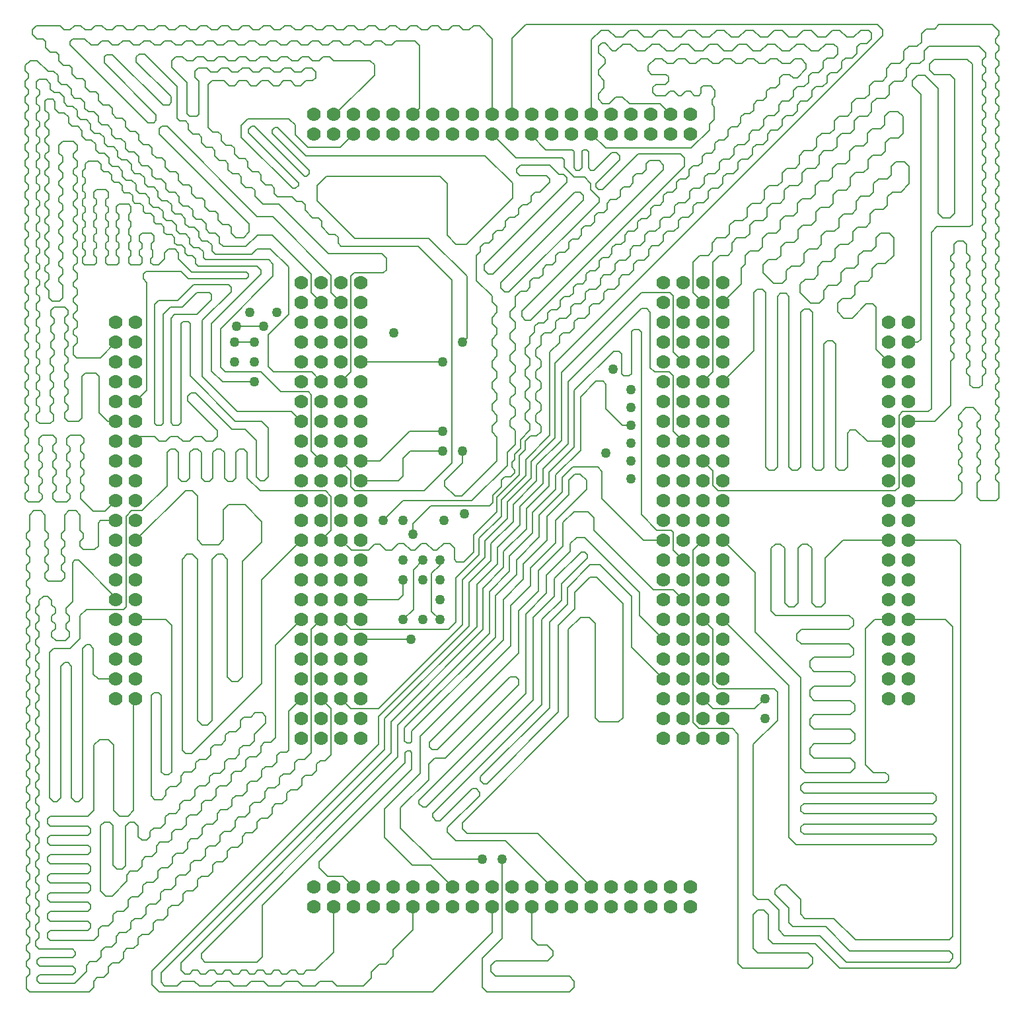
<source format=gtl>
%FSLAX25Y25*%
%MOIN*%
G70*
G01*
G75*
G04 Layer_Physical_Order=1*
G04 Layer_Color=255*
%ADD10C,0.00800*%
%ADD11C,0.07000*%
%ADD12C,0.05000*%
D10*
X59000Y98600D02*
Y155000D01*
X259600Y439600D02*
X267000Y432200D01*
X259100Y440100D02*
X259600Y439600D01*
X173721Y325000D02*
X215000D01*
X375700Y154200D02*
Y155000D01*
X44600Y249600D02*
X50000Y255000D01*
X38600Y249600D02*
X44600D01*
X32300Y255900D02*
X38600Y249600D01*
X305700Y458800D02*
X309100Y455400D01*
X302200Y458800D02*
X305700D01*
X298800Y455400D02*
X302200Y458800D01*
X309100Y455400D02*
X324600D01*
X295700D02*
X298800D01*
X296800Y475700D02*
Y477900D01*
X293500Y472400D02*
X296800Y475700D01*
X293500Y481200D02*
X296800Y477900D01*
X383900Y144200D02*
Y158400D01*
X382300Y160000D02*
X383900Y158400D01*
X353600Y160000D02*
X382300D01*
X356279Y195000D02*
X389700Y161580D01*
X346280Y155000D02*
X351379Y149900D01*
X346280Y195000D02*
X351300Y189980D01*
Y162300D02*
Y189980D01*
Y162300D02*
X353600Y160000D01*
X341300Y230020D02*
X346280Y235000D01*
X341300Y142900D02*
Y230020D01*
Y142900D02*
X344100Y140100D01*
X310200Y181079D02*
X326279Y165000D01*
X314300Y196979D02*
X326279Y185000D01*
X321180Y210100D02*
X331179D01*
X291300Y239980D02*
X321180Y210100D01*
X291300Y239980D02*
Y246300D01*
X331179Y210100D02*
X336280Y205000D01*
X395700Y119900D02*
Y165579D01*
X372500Y188779D02*
X395700Y165579D01*
X372500Y188779D02*
Y218779D01*
X395800Y182600D02*
X419900D01*
X393600Y184800D02*
X395800Y182600D01*
X393600Y184800D02*
Y187700D01*
X356279Y235000D02*
X372500Y218779D01*
X316300Y235000D02*
X326279D01*
X295400Y255900D02*
X316300Y235000D01*
X295400Y255900D02*
Y269600D01*
X331300Y229979D02*
X336280Y225000D01*
X330100Y240100D02*
X331300Y238900D01*
Y229979D02*
Y238900D01*
Y289980D02*
X336280Y285000D01*
X331300Y289980D02*
Y317900D01*
X329300Y319900D02*
X331300Y317900D01*
X346280Y275000D02*
X351300Y269980D01*
Y262700D02*
Y269980D01*
Y262700D02*
X353900Y260100D01*
X346280Y315000D02*
X351300Y320021D01*
X356279Y315000D02*
X372000Y330720D01*
X321800Y319900D02*
X329300D01*
X331300Y329979D02*
X336280Y325000D01*
X356279Y355000D02*
X365500Y364220D01*
X351300Y375500D02*
X354600Y378800D01*
X351300Y320021D02*
Y375500D01*
X329700Y359900D02*
X331300Y358300D01*
Y329979D02*
Y358300D01*
X315200Y359900D02*
X329700D01*
X341200Y360080D02*
X346280Y355000D01*
X341200Y375500D02*
X344500Y378800D01*
X341200Y360080D02*
Y375500D01*
X137400Y148679D02*
X143720Y155000D01*
X153720D02*
X158700Y150021D01*
Y126800D02*
Y150021D01*
X155700Y123800D02*
X158700Y126800D01*
X148700Y189980D02*
X153720Y195000D01*
X148700Y127800D02*
Y189980D01*
X145400Y124500D02*
X148700Y127800D01*
X130600Y181879D02*
X143720Y195000D01*
X123700Y214980D02*
X143720Y235000D01*
X123700Y162800D02*
Y214980D01*
X153720Y235000D02*
X158700Y239980D01*
X156000Y259900D02*
X158700Y257200D01*
Y239980D02*
Y257200D01*
X163721Y155000D02*
X168621Y150100D01*
X163721Y195000D02*
X168621Y190100D01*
X163721Y235000D02*
X168821Y229900D01*
X163721Y275000D02*
X168700Y270021D01*
Y261900D02*
Y270021D01*
Y261900D02*
X170500Y260100D01*
X205700D01*
X148820Y319900D02*
X153720Y315000D01*
X148700Y280020D02*
X153720Y275000D01*
X148700Y280020D02*
Y308500D01*
X147300Y309900D02*
X148700Y308500D01*
X133100Y309900D02*
X147300D01*
X138620Y300100D02*
X143720Y295000D01*
X163721Y315000D02*
X168700Y319980D01*
Y368300D02*
X170300Y369900D01*
X168700Y319980D02*
Y368300D01*
X170300Y369900D02*
X185000D01*
X158700Y360020D02*
X163721Y355000D01*
X129200Y398300D02*
X158700Y368800D01*
Y360020D02*
Y368800D01*
X148700Y360020D02*
X153720Y355000D01*
X129000Y389200D02*
X148700Y369500D01*
Y360020D02*
Y369500D01*
X173721Y265000D02*
X192600D01*
X173721Y185000D02*
X198600D01*
X173721Y205000D02*
X192700D01*
X173721Y275000D02*
X183400D01*
X445100Y261800D02*
Y298100D01*
X443400Y260100D02*
X445100Y261800D01*
X353900Y260100D02*
X443400D01*
X446900Y299900D02*
X460000D01*
X445100Y298100D02*
X446900Y299900D01*
X371600Y131900D02*
X383900Y144200D01*
X371600Y56000D02*
Y131900D01*
X388100Y61200D02*
X395500Y53800D01*
Y46300D02*
X397600Y44200D01*
X395500Y46300D02*
Y53800D01*
X397600Y44200D02*
X412300D01*
X382700Y56300D02*
X389500Y49500D01*
Y42000D02*
Y49500D01*
X412300Y44200D02*
X423100Y33400D01*
X389500Y42000D02*
X391600Y39900D01*
X408200D01*
X420300Y27800D01*
X472300Y35100D02*
Y191400D01*
X468700Y195000D02*
X472300Y191400D01*
X450000Y195000D02*
X468700D01*
X470600Y33400D02*
X472300Y35100D01*
X423100Y33400D02*
X470600D01*
X420300Y27800D02*
X470600D01*
X405300Y35500D02*
X418600Y22200D01*
X470600Y27800D02*
X472300Y26100D01*
Y23900D02*
Y26100D01*
X470600Y22200D02*
X472300Y23900D01*
X418600Y22200D02*
X470600D01*
X371600Y56000D02*
X373900Y53700D01*
X379200D02*
X384500Y48400D01*
X373900Y53700D02*
X379200D01*
X387300Y35500D02*
X405300D01*
X384500Y38300D02*
X387300Y35500D01*
X384500Y38300D02*
Y48400D01*
X379300Y33600D02*
Y46100D01*
X371500D02*
X373800Y48400D01*
X377000D01*
X379300Y46100D01*
X371500Y29000D02*
Y46100D01*
Y29000D02*
X373800Y26700D01*
X415100Y19100D02*
X473900D01*
X402900Y31300D02*
X415100Y19100D01*
X381600Y31300D02*
X402900D01*
X379300Y33600D02*
X381600Y31300D01*
X373800Y26700D02*
X399200D01*
X401500Y24400D01*
Y21400D02*
Y24400D01*
X399200Y19100D02*
X401500Y21400D01*
X366300Y19100D02*
X399200D01*
X476200Y21400D02*
Y232600D01*
X473800Y235000D02*
X476200Y232600D01*
X450000Y235000D02*
X473800D01*
X364000Y21400D02*
X366300Y19100D01*
X473900D02*
X476200Y21400D01*
X364000D02*
Y137200D01*
X361100Y140100D02*
X364000Y137200D01*
X344100Y140100D02*
X361100D01*
X314300Y196979D02*
Y208700D01*
X365500Y364220D02*
Y372300D01*
X322900Y240100D02*
X330100D01*
X168621Y150100D02*
X182600D01*
X168621Y190100D02*
X218000D01*
X122900Y259900D02*
X156000D01*
X130600Y135300D02*
Y181879D01*
X137400Y129100D02*
Y148679D01*
X136400Y128100D02*
X137400Y129100D01*
X153100Y123800D02*
X155700D01*
X239100Y20400D02*
X241500Y22800D01*
X239100Y17300D02*
Y20400D01*
Y17300D02*
X241500Y14900D01*
X279000D01*
X281400Y12500D01*
Y9400D02*
Y12500D01*
X279000Y7000D02*
X281400Y9400D01*
X237300Y7000D02*
X279000D01*
X234900Y9400D02*
X237300Y7000D01*
X234900Y9400D02*
Y24200D01*
X252000Y165900D02*
X253300Y164600D01*
Y162200D02*
Y164600D01*
X216100Y125000D02*
X253300Y162200D01*
X249000Y165900D02*
X252000D01*
X212400Y129300D02*
X249000Y165900D01*
X208200Y133100D02*
X253100Y178000D01*
Y199300D01*
X263200Y209400D01*
X275700Y243900D02*
X281100Y249300D01*
X275700Y232200D02*
Y243900D01*
X263200Y219700D02*
X275700Y232200D01*
X263200Y209400D02*
Y219700D01*
X281100Y249300D02*
X288300D01*
X291300Y246300D01*
X287500Y260600D02*
Y265400D01*
X284400Y268500D02*
X287500Y265400D01*
X281700Y268500D02*
X284400D01*
X278600Y265400D02*
X281700Y268500D01*
X278600Y257900D02*
Y265400D01*
X185600Y99400D02*
X203600Y117400D01*
X185600Y85000D02*
Y99400D01*
Y85000D02*
X199500Y71100D01*
X208900D01*
X220000Y60000D01*
X203600Y117400D02*
Y136000D01*
X249300Y181700D01*
Y202100D01*
X259300Y212100D01*
Y221100D01*
X271900Y233700D01*
Y245000D01*
X287500Y260600D01*
X267600Y246900D02*
X278600Y257900D01*
X263600Y236700D02*
Y247700D01*
X252100Y225200D02*
X263600Y236700D01*
X252100Y217600D02*
Y225200D01*
X267600Y235100D02*
Y246900D01*
X255700Y223200D02*
X267600Y235100D01*
X255700Y215300D02*
Y223200D01*
X245600Y205200D02*
X255700Y215300D01*
X245600Y184800D02*
Y205200D01*
X199400Y138600D02*
X245600Y184800D01*
X199400Y133500D02*
Y138600D01*
X198500Y132600D02*
X199400Y133500D01*
X196800Y132600D02*
X198500D01*
X195700Y133700D02*
X196800Y132600D01*
X195700Y133700D02*
Y140300D01*
X241600Y186200D01*
Y207100D01*
X252100Y217600D01*
X263600Y247700D02*
X275200Y259300D01*
Y266600D01*
X280500Y271900D01*
X293100D02*
X295400Y269600D01*
X280500Y271900D02*
X293100D01*
X198500Y128600D02*
X199400Y127700D01*
X196900Y128600D02*
X198500D01*
X196000Y127700D02*
X196900Y128600D01*
X199400Y119500D02*
Y127700D01*
X196000Y122700D02*
Y127700D01*
X164600Y65400D02*
X170000Y60000D01*
X156800Y65400D02*
X164600D01*
X152500Y69700D02*
X156800Y65400D01*
X152500Y69700D02*
Y72600D01*
X199400Y119500D01*
X124000Y50700D02*
X196000Y122700D01*
X124000Y24700D02*
Y50700D01*
X121400Y22100D02*
X124000Y24700D01*
X95000Y22100D02*
X121400D01*
X93100Y24000D02*
X95000Y22100D01*
X93100Y24000D02*
Y26400D01*
X192300Y125600D01*
Y141800D01*
X238500Y188000D01*
Y209200D01*
X248700Y219400D01*
Y227100D01*
X260300Y238700D01*
Y249200D01*
X271900Y260800D01*
Y267900D01*
X284500Y280500D01*
Y307400D01*
X292400Y315300D02*
X295800D01*
X284500Y307400D02*
X292400Y315300D01*
X297400Y301300D02*
Y313700D01*
X295800Y315300D02*
X297400Y313700D01*
Y301300D02*
X305700Y293000D01*
X310000D01*
X315100Y247900D02*
X322900Y240100D01*
X305100Y319200D02*
X306400Y317900D01*
X308900D01*
X310100Y319100D01*
X305100Y319200D02*
Y329200D01*
X281400Y310600D02*
X301300Y330500D01*
X303800D01*
X305100Y329200D01*
X310100Y319100D02*
Y340300D01*
X311300Y341500D01*
X146300Y17900D02*
X150700D01*
X160000Y27200D01*
X134000Y16200D02*
X136400D01*
X138100Y17900D01*
X140500D01*
X142200Y16200D01*
X144600D02*
X146300Y17900D01*
X142200Y16200D02*
X144600D01*
X117600D02*
X120000D01*
X121700Y17900D01*
X124100D01*
X125800Y16200D01*
X132300Y17900D02*
X134000Y16200D01*
X129900Y17900D02*
X132300D01*
X128200Y16200D02*
X129900Y17900D01*
X125800Y16200D02*
X128200D01*
X101200D02*
X103600D01*
X105300Y17900D01*
X107700D01*
X109400Y16200D01*
X115900Y17900D02*
X117600Y16200D01*
X113500Y17900D02*
X115900D01*
X111800Y16200D02*
X113500Y17900D01*
X109400Y16200D02*
X111800D01*
X93000D02*
X95400D01*
X97100Y17900D01*
X99500D01*
X101200Y16200D01*
X82800Y21600D02*
X188800Y127600D01*
X91300Y17900D02*
X93000Y16200D01*
X88900Y17900D02*
X91300D01*
X87200Y16200D02*
X88900Y17900D01*
X84800Y16200D02*
X87200D01*
X160000Y27200D02*
Y50000D01*
X311300Y341500D02*
X313800D01*
X315100Y247900D02*
Y340200D01*
X82800Y18200D02*
X84800Y16200D01*
X82800Y18200D02*
Y21600D01*
X188800Y127600D02*
Y143500D01*
X235200Y189900D01*
Y210800D01*
X245700Y221300D01*
Y229300D01*
X257200Y240800D01*
Y250900D01*
X268600Y262300D01*
Y269300D01*
X281400Y282100D01*
Y310600D01*
X313800Y341500D02*
X315100Y340200D01*
X190000Y28300D02*
X200000Y38300D01*
X175000Y10000D02*
X178900Y13900D01*
Y17200D01*
X182800Y21100D01*
X186100D01*
X190000Y25000D02*
Y28300D01*
X186100Y21100D02*
X190000Y25000D01*
X317900Y352000D02*
X319700Y350200D01*
X315100Y352000D02*
X317900D01*
X278100Y315000D02*
X315100Y352000D01*
X319700Y322000D02*
Y350200D01*
X200000Y38300D02*
Y50000D01*
X83400Y12400D02*
X89700D01*
X81000Y10000D02*
X83400Y12400D01*
X89700D02*
X92100Y10000D01*
X161700D02*
X175000D01*
X144300D02*
X150600D01*
X153000Y12400D01*
X159300D01*
X161700Y10000D01*
X126900D02*
X133200D01*
X135600Y12400D01*
X141900D01*
X144300Y10000D01*
X109500D02*
X115800D01*
X118200Y12400D01*
X124500D01*
X126900Y10000D01*
X92100D02*
X98400D01*
X100800Y12400D01*
X107100D01*
X109500Y10000D01*
X72800Y16600D02*
X185600Y129400D01*
X74700Y10000D02*
X81000D01*
X72800Y11900D02*
X74700Y10000D01*
X72800Y11900D02*
Y16600D01*
X185600Y129400D02*
Y144900D01*
X232100Y191400D01*
Y212700D01*
X242600Y223200D01*
Y231400D01*
X253900Y242700D01*
Y252200D01*
X265500Y263800D01*
Y271000D01*
X278100Y283600D01*
Y315000D01*
X319700Y322000D02*
X321800Y319900D01*
X240000Y37000D02*
Y50000D01*
X210000Y7000D02*
X240000Y37000D01*
X72000Y7000D02*
X210000D01*
X68200Y10800D02*
X72000Y7000D01*
X68200Y10800D02*
Y17600D01*
X182500Y131900D01*
Y146000D01*
X228300Y191800D01*
Y213600D01*
X239300Y224600D01*
Y233300D01*
X250500Y244500D01*
Y253200D01*
X262400Y265100D01*
Y273000D01*
X274900Y285500D01*
Y319600D01*
X315200Y359900D01*
X407300Y271800D02*
Y334200D01*
X405800Y270300D02*
X407300Y271800D01*
X403100Y270300D02*
X405800D01*
X416500Y357000D02*
X420800D01*
X414100Y350300D02*
Y354600D01*
X425300Y365800D02*
X429600D01*
X435900Y390000D02*
X440200D01*
X424700Y378800D02*
X427100Y381200D01*
X424700Y374500D02*
Y378800D01*
X415900Y370000D02*
X418300Y372400D01*
X415900Y365700D02*
Y370000D01*
X397800Y366800D02*
X402100D01*
X395400Y364400D02*
X397800Y366800D01*
X402100D02*
X404200Y368900D01*
Y373200D02*
X406600Y375600D01*
X410900D02*
X413000Y377700D01*
Y382000D01*
X421800Y386500D02*
Y390800D01*
X424200Y393200D02*
X428500D01*
X430600Y395300D01*
Y399600D01*
X433000Y402000D02*
X437300D01*
X439100Y417400D02*
X441200Y419500D01*
Y423800D02*
X443600Y426200D01*
X447900D01*
X430300Y408600D02*
X432400Y410700D01*
Y415000D02*
X434800Y417400D01*
X439100D01*
X421500Y399800D02*
X423600Y401900D01*
X426000Y408600D02*
X430300D01*
X412700Y391000D02*
X414800Y393100D01*
Y397400D01*
X417200Y399800D01*
X403900Y382200D02*
X406000Y384300D01*
Y388600D01*
X408400Y391000D01*
X412700D01*
X395100Y373400D02*
X397200Y375500D01*
Y379800D01*
X399600Y382200D02*
X403900D01*
X376700Y374200D02*
X379100Y376600D01*
X383400D02*
X385500Y378700D01*
Y383000D01*
X387900Y385400D01*
X392200D01*
X401000Y394200D02*
X403100Y396300D01*
Y400600D02*
X405500Y403000D01*
X409800D02*
X411900Y405100D01*
Y409400D01*
X414300Y411800D01*
X420700Y418200D02*
X423100Y420600D01*
X429200Y440300D02*
X431600Y442700D01*
X435900D01*
X438000Y444800D01*
X422800Y433900D02*
X427100D01*
X420400Y427200D02*
Y431500D01*
X396400Y407500D02*
X400700D01*
X387600Y398700D02*
X391900D01*
X394000Y400800D02*
Y405100D01*
X385200Y392000D02*
Y396300D01*
X361000Y385200D02*
X363400Y387600D01*
X367700D01*
X419100Y289100D02*
X420700Y290700D01*
X423400D01*
X429100Y285000D01*
X419100Y272000D02*
Y289100D01*
X417500Y270400D02*
X419100Y272000D01*
X429100Y285000D02*
X440000D01*
X414800Y270400D02*
X417500D01*
X413200Y272000D02*
X414800Y270400D01*
X413200Y272000D02*
Y334200D01*
X407300D02*
X408900Y335800D01*
X411600D01*
X413200Y334200D01*
X401500Y271900D02*
X403100Y270300D01*
X401500Y271900D02*
Y350000D01*
X399900Y351600D02*
X401500Y350000D01*
X397200Y351600D02*
X399900D01*
X395600Y350000D02*
X397200Y351600D01*
X395600Y271900D02*
Y350000D01*
X394000Y270300D02*
X395600Y271900D01*
X391300Y270300D02*
X394000D01*
X389700Y271900D02*
X391300Y270300D01*
X389700Y271900D02*
Y358000D01*
X383800D02*
X385400Y359600D01*
X388100D01*
X389700Y358000D01*
X383800Y271900D02*
Y358000D01*
X377900Y271900D02*
X379500Y270300D01*
X382200D01*
X383800Y271900D01*
X377900D02*
Y360100D01*
X376300Y361700D02*
X377900Y360100D01*
X373600Y361700D02*
X376300D01*
X372000Y360100D02*
X373600Y361700D01*
X372000Y330720D02*
Y360100D01*
X431900Y354400D02*
X433500Y352800D01*
X428700Y354400D02*
X431900D01*
X421500Y347200D02*
X428700Y354400D01*
X433500Y331500D02*
Y352800D01*
Y331500D02*
X440000Y325000D01*
X414100Y350300D02*
X417200Y347200D01*
X421500D01*
X414100Y354600D02*
X416500Y357000D01*
X420800D02*
X422900Y359100D01*
Y363400D01*
X425300Y365800D01*
X429600D02*
X431700Y367900D01*
Y372200D01*
X434100Y374600D02*
X438400D01*
X431700Y372200D02*
X434100Y374600D01*
X438400D02*
X442600Y378800D01*
Y387600D01*
X440200Y390000D02*
X442600Y387600D01*
X431400Y381200D02*
X433500Y383300D01*
Y387600D01*
X435900Y390000D01*
X418300Y372400D02*
X422600D01*
X424700Y374500D01*
X427100Y381200D02*
X431400D01*
X409500Y363600D02*
X413800D01*
X415900Y365700D01*
X395400Y360100D02*
Y364400D01*
Y360100D02*
X400700Y354800D01*
X405000D01*
X407100Y356900D01*
Y361200D01*
X409500Y363600D01*
X404200Y368900D02*
Y373200D01*
X406600Y375600D02*
X410900D01*
X415400Y384400D02*
X419700D01*
X413000Y382000D02*
X415400Y384400D01*
X419700D02*
X421800Y386500D01*
Y390800D02*
X424200Y393200D01*
X430600Y399600D02*
X433000Y402000D01*
X439400Y408400D02*
X441800Y410800D01*
X446100D01*
X439400Y404100D02*
Y408400D01*
X437300Y402000D02*
X439400Y404100D01*
X447900Y426200D02*
X450300Y423800D01*
Y415000D02*
Y423800D01*
X446100Y410800D02*
X450300Y415000D01*
X441200Y419500D02*
Y423800D01*
X432400Y410700D02*
Y415000D01*
X423600Y401900D02*
Y406200D01*
X426000Y408600D01*
X417200Y399800D02*
X421500D01*
X397200Y379800D02*
X399600Y382200D01*
X390800Y373400D02*
X395100D01*
X388400Y371000D02*
X390800Y373400D01*
X388400Y366700D02*
Y371000D01*
X386300Y364600D02*
X388400Y366700D01*
X382000Y364600D02*
X386300D01*
X376700Y369900D02*
X382000Y364600D01*
X376700Y369900D02*
Y374200D01*
X379100Y376600D02*
X383400D01*
X392200Y385400D02*
X394300Y387500D01*
Y391800D01*
X396700Y394200D01*
X401000D01*
X403100Y396300D02*
Y400600D01*
X405500Y403000D02*
X409800D01*
X414300Y411800D02*
X418600D01*
X420700Y413900D01*
Y418200D01*
X423100Y420600D02*
X427400D01*
X429500Y422700D01*
Y427000D01*
X431900Y429400D01*
X445000Y438200D02*
X447100Y440300D01*
X440700Y438200D02*
X445000D01*
X438300Y435800D02*
X440700Y438200D01*
X438300Y431500D02*
Y435800D01*
X436200Y429400D02*
X438300Y431500D01*
X431900Y429400D02*
X436200D01*
X447100Y440300D02*
Y449100D01*
X444700Y451500D02*
X447100Y449100D01*
X440400Y451500D02*
X444700D01*
X438000Y449100D02*
X440400Y451500D01*
X438000Y444800D02*
Y449100D01*
X429200Y436000D02*
Y440300D01*
X427100Y433900D02*
X429200Y436000D01*
X420400Y431500D02*
X422800Y433900D01*
X418300Y425100D02*
X420400Y427200D01*
X414000Y425100D02*
X418300D01*
X411600Y422700D02*
X414000Y425100D01*
X411600Y418400D02*
Y422700D01*
X409500Y416300D02*
X411600Y418400D01*
X405200Y416300D02*
X409500D01*
X402800Y413900D02*
X405200Y416300D01*
X402800Y409600D02*
Y413900D01*
X400700Y407500D02*
X402800Y409600D01*
X394000Y405100D02*
X396400Y407500D01*
X391900Y398700D02*
X394000Y400800D01*
X385200Y396300D02*
X387600Y398700D01*
X383100Y389900D02*
X385200Y392000D01*
X378800Y389900D02*
X383100D01*
X376400Y387500D02*
X378800Y389900D01*
X376400Y383200D02*
Y387500D01*
X374300Y381100D02*
X376400Y383200D01*
X370000Y381100D02*
X374300D01*
X367600Y378700D02*
X370000Y381100D01*
X367600Y374400D02*
Y378700D01*
X365500Y372300D02*
X367600Y374400D01*
X387400Y407300D02*
Y411600D01*
X464300Y393300D02*
X480900D01*
X461500Y390500D02*
X464300Y393300D01*
X461500Y301400D02*
Y390500D01*
X454700Y335000D02*
X456100Y336400D01*
X451900Y464300D02*
X456100Y460100D01*
Y336400D02*
Y460100D01*
X451900Y464300D02*
Y467000D01*
X454600Y469700D01*
X458100D01*
X464800Y463000D01*
Y400100D02*
Y463000D01*
Y400100D02*
X467200Y397700D01*
X470900D02*
X473300Y400100D01*
X470900Y470000D02*
X473300Y467600D01*
Y400100D02*
Y467600D01*
X467200Y397700D02*
X470900D01*
X460000Y299900D02*
X461500Y301400D01*
X450000Y335000D02*
X454700D01*
X460600Y475400D02*
X463000Y477800D01*
X460600Y472500D02*
Y475400D01*
Y472400D02*
X463000Y470000D01*
X463200D02*
X470900D01*
X463000Y477800D02*
X479700D01*
X482100Y394500D02*
Y475400D01*
X479700Y477800D02*
X482100Y475400D01*
X480900Y393300D02*
X482100Y394500D01*
X473000Y349800D02*
Y351900D01*
X471300Y332900D02*
X473000Y334600D01*
Y336700D01*
X471300Y330800D02*
Y332900D01*
Y302900D02*
Y325300D01*
Y346000D02*
X473000Y344300D01*
X471300Y338400D02*
Y340500D01*
X473000Y342200D02*
Y344300D01*
X471300Y340500D02*
X473000Y342200D01*
X471300Y325300D02*
X473000Y327000D01*
X471300Y338400D02*
X473000Y336700D01*
Y327000D02*
Y329100D01*
X471300Y330800D02*
X473000Y329100D01*
X471300Y348100D02*
X473000Y349800D01*
X471300Y346000D02*
Y348100D01*
Y353600D02*
X473000Y351900D01*
X471300Y363300D02*
X473000Y365000D01*
Y367100D01*
X471300Y361200D02*
Y363300D01*
Y353600D02*
Y355700D01*
Y376400D02*
X473000Y374700D01*
X471300Y368800D02*
Y370900D01*
X473000Y372600D02*
Y374700D01*
X471300Y370900D02*
X473000Y372600D01*
X471300Y355700D02*
X473000Y357400D01*
X471300Y368800D02*
X473000Y367100D01*
Y357400D02*
Y359500D01*
X471300Y361200D02*
X473000Y359500D01*
X471300Y378500D02*
X473000Y380200D01*
X471300Y376400D02*
Y378500D01*
X463400Y295000D02*
X471300Y302900D01*
X450000Y295000D02*
X463400D01*
X473000Y380200D02*
Y384400D01*
X479300Y380200D02*
Y384400D01*
X473000D02*
X474600Y386000D01*
X477700D01*
X479300Y384400D01*
Y380200D02*
X481000Y378500D01*
X479300Y372600D02*
Y374700D01*
X481000Y376400D01*
X479300Y357400D02*
X481000Y355700D01*
Y353600D02*
Y355700D01*
X479300Y365000D02*
X481000Y363300D01*
X479300Y351900D02*
X481000Y353600D01*
X479300Y367100D02*
X481000Y368800D01*
Y370900D01*
X479300Y365000D02*
Y367100D01*
Y372600D02*
X481000Y370900D01*
X479300Y349800D02*
Y351900D01*
Y357400D02*
Y359500D01*
X481000Y361200D02*
Y363300D01*
X479300Y359500D02*
X481000Y361200D01*
Y376400D02*
Y378500D01*
X479300Y349800D02*
X481000Y348100D01*
X479300Y342200D02*
Y344300D01*
X481000Y346000D01*
X479300Y327000D02*
X481000Y325300D01*
Y323200D02*
Y325300D01*
X479300Y334600D02*
X481000Y332900D01*
X479300Y321500D02*
X481000Y323200D01*
X479300Y336700D02*
X481000Y338400D01*
Y340500D01*
X479300Y334600D02*
Y336700D01*
Y342200D02*
X481000Y340500D01*
X479300Y319400D02*
Y321500D01*
Y327000D02*
Y329100D01*
X481000Y330800D02*
Y332900D01*
X479300Y329100D02*
X481000Y330800D01*
Y346000D02*
Y348100D01*
X479300Y319400D02*
X481000Y317700D01*
X487300Y323200D02*
X489000Y321500D01*
X487300Y313500D02*
Y317700D01*
X489000Y349800D02*
Y351900D01*
X487300Y353600D02*
X489000Y351900D01*
X487300Y332900D02*
X489000Y334600D01*
Y336700D01*
X487300Y330800D02*
Y332900D01*
Y323200D02*
Y325300D01*
Y346000D02*
X489000Y344300D01*
X487300Y338400D02*
Y340500D01*
X489000Y342200D02*
Y344300D01*
X487300Y340500D02*
X489000Y342200D01*
X487300Y325300D02*
X489000Y327000D01*
X487300Y338400D02*
X489000Y336700D01*
X487300Y376400D02*
Y378500D01*
Y384000D02*
X489000Y382300D01*
Y365000D02*
Y367100D01*
X487300Y353600D02*
Y355700D01*
Y376400D02*
X489000Y374700D01*
X487300Y368800D02*
Y370900D01*
Y355700D02*
X489000Y357400D01*
X487300Y408900D02*
X489000Y410600D01*
Y412700D01*
X487300Y406800D02*
Y408900D01*
Y414400D02*
X489000Y412700D01*
Y395400D02*
Y397500D01*
X487300Y391600D02*
X489000Y389900D01*
Y387800D02*
Y389900D01*
X487300Y401300D02*
X489000Y403000D01*
X487300Y399200D02*
X489000Y397500D01*
X487300Y439300D02*
X489000Y441000D01*
Y425800D02*
Y427900D01*
X487300Y422000D02*
Y424100D01*
Y414400D02*
Y416500D01*
X489000Y418200D02*
Y420300D01*
X487300Y437200D02*
X489000Y435500D01*
Y433400D02*
Y435500D01*
X487300Y431700D02*
X489000Y433400D01*
X487300Y416500D02*
X489000Y418200D01*
X487300Y460000D02*
X489000Y458300D01*
X487300Y446900D02*
X489000Y448600D01*
X487300Y462100D02*
X489000Y463800D01*
Y465900D01*
X487300Y460000D02*
Y462100D01*
Y467600D02*
X489000Y465900D01*
X460200Y484400D02*
X485700D01*
X457800Y477700D02*
Y482000D01*
X451400Y475600D02*
X455700D01*
X457800Y477700D01*
X442600Y466800D02*
X446900D01*
X440200Y460100D02*
Y464400D01*
X446900Y466800D02*
X449000Y468900D01*
X431400Y451300D02*
Y455600D01*
X438100Y458000D02*
X440200Y460100D01*
X425000Y449200D02*
X429300D01*
X420500Y440400D02*
X422600Y442500D01*
X407400Y431600D02*
X411700D01*
X405000Y424900D02*
Y429200D01*
X411700Y431600D02*
X413800Y433700D01*
X396200Y420400D02*
X398600Y422800D01*
X402900D02*
X405000Y424900D01*
X394100Y414000D02*
X396200Y416100D01*
X389800Y414000D02*
X394100D01*
X387400Y411600D02*
X389800Y414000D01*
X381000Y405200D02*
X385300D01*
X378600Y402800D02*
X381000Y405200D01*
X385300D02*
X387400Y407300D01*
X369800Y389700D02*
Y394000D01*
X376500Y396400D02*
X378600Y398500D01*
X367700Y387600D02*
X369800Y389700D01*
X481000Y313500D02*
Y317700D01*
Y313500D02*
X482600Y311900D01*
X485700D01*
X487300Y313500D01*
X489000Y327000D02*
Y329100D01*
X487300Y330800D02*
X489000Y329100D01*
X487300Y317700D02*
X489000Y319400D01*
Y321500D01*
Y357400D02*
Y359500D01*
X487300Y361200D02*
X489000Y359500D01*
X487300Y348100D02*
X489000Y349800D01*
X487300Y346000D02*
Y348100D01*
Y378500D02*
X489000Y380200D01*
Y382300D01*
X487300Y370900D02*
X489000Y372600D01*
Y374700D01*
X487300Y363300D02*
X489000Y365000D01*
X487300Y361200D02*
Y363300D01*
Y368800D02*
X489000Y367100D01*
Y403000D02*
Y405100D01*
X487300Y399200D02*
Y401300D01*
Y406800D02*
X489000Y405100D01*
X487300Y393700D02*
X489000Y395400D01*
X487300Y391600D02*
Y393700D01*
Y386100D02*
X489000Y387800D01*
X487300Y384000D02*
Y386100D01*
Y424100D02*
X489000Y425800D01*
X487300Y429600D02*
X489000Y427900D01*
X487300Y422000D02*
X489000Y420300D01*
Y448600D02*
Y450700D01*
X487300Y444800D02*
Y446900D01*
Y452400D02*
X489000Y450700D01*
Y441000D02*
Y443100D01*
X487300Y437200D02*
Y439300D01*
Y444800D02*
X489000Y443100D01*
X487300Y429600D02*
Y431700D01*
Y452400D02*
Y454500D01*
X489000Y456200D02*
Y458300D01*
X487300Y454500D02*
X489000Y456200D01*
X487300Y475200D02*
X489000Y473500D01*
X487300Y467600D02*
Y469700D01*
X489000Y471400D02*
Y473500D01*
X487300Y469700D02*
X489000Y471400D01*
X485700Y484400D02*
X489000Y481100D01*
Y479000D02*
Y481100D01*
X487300Y477300D02*
X489000Y479000D01*
X487300Y475200D02*
Y477300D01*
X457800Y482000D02*
X460200Y484400D01*
X440200Y464400D02*
X442600Y466800D01*
X449000Y473200D02*
X451400Y475600D01*
X449000Y468900D02*
Y473200D01*
X422600Y446800D02*
X425000Y449200D01*
X422600Y442500D02*
Y446800D01*
X433800Y458000D02*
X438100D01*
X431400Y455600D02*
X433800Y458000D01*
X429300Y449200D02*
X431400Y451300D01*
X405000Y429200D02*
X407400Y431600D01*
X416200Y440400D02*
X420500D01*
X413800Y438000D02*
X416200Y440400D01*
X413800Y433700D02*
Y438000D01*
X398600Y422800D02*
X402900D01*
X396200Y416100D02*
Y420400D01*
X372200Y396400D02*
X376500D01*
X369800Y394000D02*
X372200Y396400D01*
X378600Y398500D02*
Y402800D01*
X358900Y378800D02*
X361000Y380900D01*
Y385200D01*
X354600Y378800D02*
X358900D01*
X476900Y258700D02*
Y264000D01*
X475200Y265700D02*
Y267800D01*
Y290600D02*
X476900Y292300D01*
X475200Y288500D02*
Y290600D01*
X476900Y292300D02*
Y294400D01*
X475200Y280900D02*
Y283000D01*
X476900Y269500D02*
Y271600D01*
X475200Y275400D02*
X476900Y277100D01*
X475200Y273300D02*
Y275400D01*
X476900Y277100D02*
Y279200D01*
Y284700D02*
Y286800D01*
X482600Y301900D02*
X486300Y298200D01*
Y296100D02*
Y298200D01*
X484600Y292300D02*
Y294400D01*
X486300Y280900D02*
Y283000D01*
X484600Y284700D02*
X486300Y283000D01*
Y273300D02*
Y275400D01*
X484600Y269500D02*
X486300Y267800D01*
X484600Y269500D02*
Y271600D01*
X486300Y273300D01*
X484600Y264000D02*
X486300Y265700D01*
X494000Y267800D02*
X495700Y269500D01*
X494000Y265700D02*
Y267800D01*
Y275400D02*
X495700Y277100D01*
X494000Y273300D02*
Y275400D01*
Y273300D02*
X495700Y271600D01*
X494000Y283000D02*
X495700Y284700D01*
X494000Y280900D02*
Y283000D01*
Y280900D02*
X495700Y279200D01*
Y277100D02*
Y279200D01*
X494000Y290600D02*
X495700Y292300D01*
X494000Y288500D02*
Y290600D01*
Y288500D02*
X495700Y286800D01*
Y284700D02*
Y286800D01*
X494000Y296100D02*
Y298200D01*
Y296100D02*
X495700Y294400D01*
Y292300D02*
Y294400D01*
X494000Y303700D02*
Y305800D01*
Y313400D02*
X495700Y315100D01*
X494000Y311300D02*
X495700Y309600D01*
Y307500D02*
Y309600D01*
X494000Y321000D02*
X495700Y322700D01*
X494000Y318900D02*
X495700Y317200D01*
Y315100D02*
Y317200D01*
X494000Y326500D02*
Y328600D01*
X495700Y322700D02*
Y324800D01*
Y330300D02*
Y332400D01*
X494000Y343800D02*
X495700Y345500D01*
X494000Y341700D02*
Y343800D01*
Y341700D02*
X495700Y340000D01*
Y337900D02*
Y340000D01*
X494000Y349300D02*
Y351400D01*
Y349300D02*
X495700Y347600D01*
X494000Y359000D02*
X495700Y360700D01*
X494000Y356900D02*
Y359000D01*
X495700Y353100D02*
Y355200D01*
X494000Y366600D02*
X495700Y368300D01*
X494000Y364500D02*
Y366600D01*
Y364500D02*
X495700Y362800D01*
X494000Y372100D02*
Y374200D01*
Y372100D02*
X495700Y370400D01*
Y368300D02*
Y370400D01*
X494000Y381800D02*
X495700Y383500D01*
X494000Y379700D02*
Y381800D01*
Y389400D02*
X495700Y391100D01*
X494000Y387300D02*
Y389400D01*
Y397000D02*
X495700Y398700D01*
Y391100D02*
Y393200D01*
X494000Y402500D02*
Y404600D01*
Y402500D02*
X495700Y400800D01*
X494000Y410100D02*
X495700Y408400D01*
Y406300D02*
Y408400D01*
X494000Y419800D02*
X495700Y421500D01*
X494000Y417700D02*
Y419800D01*
Y417700D02*
X495700Y416000D01*
Y413900D02*
Y416000D01*
X494000Y427400D02*
X495700Y429100D01*
X494000Y425300D02*
Y427400D01*
Y425300D02*
X495700Y423600D01*
X494000Y435000D02*
X495700Y436700D01*
X494000Y432900D02*
Y435000D01*
Y448100D02*
Y450200D01*
Y448100D02*
X495700Y446400D01*
X494000Y450200D02*
X495700Y451900D01*
X494000Y455700D02*
X495700Y454000D01*
X494000Y463300D02*
Y465400D01*
Y463300D02*
X495700Y461600D01*
X494000Y470900D02*
X495700Y469200D01*
Y467100D02*
Y469200D01*
X494000Y480600D02*
X495700Y482300D01*
Y474700D02*
Y476800D01*
X458900Y493200D02*
X463200D01*
X456500Y486500D02*
Y490800D01*
X463200Y493200D02*
X465300Y495300D01*
X456500Y490800D02*
X458900Y493200D01*
X441300Y475600D02*
X445600D01*
X438900Y468900D02*
Y473200D01*
X430100Y464400D02*
X432500Y466800D01*
X436800D01*
X447700Y477700D02*
Y482000D01*
X445600Y475600D02*
X447700Y477700D01*
X423700Y458000D02*
X428000D01*
X421300Y451300D02*
Y455600D01*
X430100Y460100D02*
Y464400D01*
X428000Y458000D02*
X430100Y460100D01*
X421300Y455600D02*
X423700Y458000D01*
X406100Y440400D02*
X410400D01*
X403700Y433700D02*
Y438000D01*
X401600Y431600D02*
X403700Y433700D01*
X412500Y442500D02*
Y446800D01*
X410400Y440400D02*
X412500Y442500D01*
X403700Y438000D02*
X406100Y440400D01*
X388500Y422800D02*
X392800D01*
X386100Y416100D02*
Y420400D01*
X377300Y411600D02*
X379700Y414000D01*
X394900Y424900D02*
Y429200D01*
X392800Y422800D02*
X394900Y424900D01*
X386100Y420400D02*
X388500Y422800D01*
X362100Y396400D02*
X366400D01*
X368500Y398500D01*
X377300Y407300D02*
Y411600D01*
X375200Y405200D02*
X377300Y407300D01*
X350900Y385200D02*
X353300Y387600D01*
X357600D02*
X359700Y389700D01*
X454400Y484400D02*
X456500Y486500D01*
X450100Y484400D02*
X454400D01*
X447700Y482000D02*
X450100Y484400D01*
X438900Y473200D02*
X441300Y475600D01*
X436800Y466800D02*
X438900Y468900D01*
X419200Y449200D02*
X421300Y451300D01*
X414900Y449200D02*
X419200D01*
X412500Y446800D02*
X414900Y449200D01*
X397300Y431600D02*
X401600D01*
X394900Y429200D02*
X397300Y431600D01*
X384000Y414000D02*
X386100Y416100D01*
X379700Y414000D02*
X384000D01*
X368500Y398500D02*
Y402800D01*
X370900Y405200D01*
X375200D01*
X359700Y389700D02*
Y394000D01*
X362100Y396400D01*
X348800Y378800D02*
X350900Y380900D01*
X344500Y378800D02*
X348800D01*
X475200Y298200D02*
X478900Y301900D01*
X475200Y296100D02*
Y298200D01*
Y296100D02*
X476900Y294400D01*
X475200Y283000D02*
X476900Y284700D01*
X475200Y288500D02*
X476900Y286800D01*
X475200Y280900D02*
X476900Y279200D01*
X473200Y255000D02*
X476900Y258700D01*
X475200Y267800D02*
X476900Y269500D01*
X475200Y265700D02*
X476900Y264000D01*
X475200Y273300D02*
X476900Y271600D01*
X478900Y301900D02*
X482600D01*
X486300Y265700D02*
Y267800D01*
X484600Y279200D02*
X486300Y280900D01*
X484600Y277100D02*
Y279200D01*
Y277100D02*
X486300Y275400D01*
Y288500D02*
Y290600D01*
X484600Y284700D02*
Y286800D01*
X486300Y288500D01*
X484600Y292300D02*
X486300Y290600D01*
X484600Y294400D02*
X486300Y296100D01*
X450000Y255000D02*
X473200D01*
X494000Y265700D02*
X495700Y264000D01*
Y269500D02*
Y271600D01*
X494000Y305800D02*
X495700Y307500D01*
X494000Y303700D02*
X495700Y302000D01*
X494000Y298200D02*
X495700Y299900D01*
Y302000D01*
X494000Y336200D02*
X495700Y337900D01*
X494000Y334100D02*
Y336200D01*
Y334100D02*
X495700Y332400D01*
X494000Y326500D02*
X495700Y324800D01*
X494000Y328600D02*
X495700Y330300D01*
X494000Y311300D02*
Y313400D01*
Y318900D02*
Y321000D01*
Y356900D02*
X495700Y355200D01*
Y360700D02*
Y362800D01*
Y345500D02*
Y347600D01*
X494000Y351400D02*
X495700Y353100D01*
Y398700D02*
Y400800D01*
X494000Y394900D02*
Y397000D01*
Y394900D02*
X495700Y393200D01*
X494000Y387300D02*
X495700Y385600D01*
Y375900D02*
Y378000D01*
X494000Y374200D02*
X495700Y375900D01*
X494000Y379700D02*
X495700Y378000D01*
Y383500D02*
Y385600D01*
Y429100D02*
Y431200D01*
Y421500D02*
Y423600D01*
X494000Y404600D02*
X495700Y406300D01*
X494000Y410100D02*
Y412200D01*
X495700Y413900D01*
Y459500D02*
Y461600D01*
X494000Y457800D02*
X495700Y459500D01*
X494000Y455700D02*
Y457800D01*
X495700Y451900D02*
Y454000D01*
Y436700D02*
Y438800D01*
X494000Y432900D02*
X495700Y431200D01*
X494000Y440500D02*
X495700Y438800D01*
X494000Y440500D02*
Y442600D01*
X495700Y444300D01*
Y446400D01*
X494000Y473000D02*
X495700Y474700D01*
X494000Y470900D02*
Y473000D01*
Y465400D02*
X495700Y467100D01*
Y482300D02*
Y484400D01*
X494000Y478500D02*
Y480600D01*
Y478500D02*
X495700Y476800D01*
X494000Y486100D02*
X495700Y484400D01*
X494000Y486100D02*
Y488200D01*
X495700Y489900D01*
Y492000D01*
X350900Y380900D02*
Y385200D01*
X353300Y387600D02*
X357600D01*
X465300Y495300D02*
X492400D01*
X495700Y492000D01*
X115300Y291000D02*
X120900Y285400D01*
Y267000D02*
Y285400D01*
Y267000D02*
X122800Y265100D01*
X125000D01*
X99000Y285000D02*
X101300Y287300D01*
Y290500D01*
X86300Y305500D02*
X101300Y290500D01*
X86300Y305500D02*
Y307800D01*
X87800Y309300D01*
X90300D01*
X108600Y291000D01*
X115300D01*
X123500Y295100D02*
X126900Y291700D01*
Y267000D02*
Y291700D01*
X125000Y265100D02*
X126900Y267000D01*
X110400Y295100D02*
X123500D01*
X87600Y317900D02*
X110400Y295100D01*
X86500Y345400D02*
X87600Y344300D01*
Y317900D02*
Y344300D01*
X83900Y345400D02*
X86500D01*
X82800Y344300D02*
X83900Y345400D01*
X82800Y294400D02*
Y344300D01*
X81500Y293100D02*
X82800Y294400D01*
X79000Y293100D02*
X81500D01*
X77800Y294300D02*
X79000Y293100D01*
X77800Y294300D02*
Y347100D01*
X79700Y349000D02*
X90900D01*
X77800Y347100D02*
X79700Y349000D01*
X72900Y293100D02*
X73800Y294000D01*
X70600Y293100D02*
X72900D01*
X69700Y294000D02*
X70600Y293100D01*
X73800Y349000D02*
X77500Y352700D01*
X73800Y294000D02*
Y349000D01*
X69700Y294000D02*
Y354200D01*
X90900Y349000D02*
X98200Y356300D01*
Y359200D01*
X97300Y360100D02*
X98200Y359200D01*
X91000Y360100D02*
X97300D01*
X83600Y352700D02*
X91000Y360100D01*
X77500Y352700D02*
X83600D01*
X93700Y345900D02*
X108100Y360300D01*
X93700Y317800D02*
Y345900D01*
Y317800D02*
X111400Y300100D01*
X138620D01*
X69700Y354200D02*
X71500Y356000D01*
X81200D01*
X89100Y363900D01*
X107000D01*
X108100Y362800D01*
Y360300D02*
Y362800D01*
X63900Y366900D02*
X65600Y365200D01*
X60000Y305000D02*
X65600Y310600D01*
Y365200D01*
X63900Y366900D02*
Y369400D01*
X65100Y370600D01*
X83000D01*
X86500Y367100D01*
X115900D01*
X116900Y368100D01*
Y369400D01*
X115900Y370400D02*
X116900Y369400D01*
X88400Y370400D02*
X115900D01*
X81700Y377100D02*
X88400Y370400D01*
X81700Y377100D02*
Y380000D01*
X79800Y381900D02*
X81700Y380000D01*
X76600Y381900D02*
X79800D01*
X74600Y379900D02*
X76600Y381900D01*
X74600Y376900D02*
Y379900D01*
X71600Y373900D02*
X74600Y376900D01*
X68900Y373900D02*
X71600D01*
X67600Y375200D02*
X68900Y373900D01*
X67600Y375200D02*
Y377100D01*
X68700Y378200D01*
Y381400D01*
X67900Y382200D02*
X68700Y381400D01*
X67900Y382200D02*
Y384700D01*
X69200Y386000D01*
Y388700D01*
X68000Y389900D02*
X69200Y388700D01*
X63100Y389900D02*
X68000D01*
X61900Y388700D02*
X63100Y389900D01*
X61900Y386000D02*
Y388700D01*
Y386000D02*
X63100Y384800D01*
Y382500D02*
Y384800D01*
X61900Y381300D02*
X63100Y382500D01*
X61900Y378900D02*
Y381300D01*
Y378900D02*
X63200Y377600D01*
Y374900D02*
Y377600D01*
X62200Y373900D02*
X63200Y374900D01*
X57500Y373900D02*
X62200D01*
X56500Y374900D02*
X57500Y373900D01*
X56500Y374900D02*
Y377600D01*
X57700Y378800D01*
Y381000D01*
X56500Y382200D02*
X57700Y381000D01*
X56500Y382200D02*
Y384900D01*
X57700Y386100D01*
Y388300D01*
X56500Y389500D02*
X57700Y388300D01*
X56500Y389500D02*
Y392200D01*
X57700Y393400D01*
Y395600D01*
X56500Y396800D02*
X57700Y395600D01*
X56500Y396800D02*
Y399500D01*
X57700Y400700D01*
Y403400D01*
X56500Y404600D02*
X57700Y403400D01*
X51600Y404600D02*
X56500D01*
X50400Y403400D02*
X51600Y404600D01*
X50400Y400700D02*
Y403400D01*
Y400700D02*
X51600Y399500D01*
Y397300D02*
Y399500D01*
X50400Y396100D02*
X51600Y397300D01*
X50400Y393400D02*
Y396100D01*
Y393400D02*
X51600Y392200D01*
Y390000D02*
Y392200D01*
X50400Y388800D02*
X51600Y390000D01*
X50400Y386100D02*
Y388800D01*
Y386100D02*
X51600Y384900D01*
Y382700D02*
Y384900D01*
X50400Y381500D02*
X51600Y382700D01*
X50400Y379000D02*
Y381500D01*
Y379000D02*
X51700Y377700D01*
Y375000D02*
Y377700D01*
X50700Y374000D02*
X51700Y375000D01*
X46000Y374000D02*
X50700D01*
X45000Y375000D02*
X46000Y374000D01*
X45000Y375000D02*
Y377700D01*
X46200Y378900D01*
Y381100D01*
X45000Y382300D02*
X46200Y381100D01*
X45000Y382300D02*
Y385000D01*
X46200Y386200D01*
Y388400D01*
X45000Y389600D02*
X46200Y388400D01*
X45000Y389600D02*
Y392300D01*
X46200Y393500D01*
Y395700D01*
X45000Y396900D02*
X46200Y395700D01*
X45000Y396900D02*
Y399600D01*
X46200Y400800D01*
Y403000D01*
X45000Y404200D02*
X46200Y403000D01*
X45000Y404200D02*
Y406900D01*
X46200Y408100D01*
Y410800D01*
X45000Y412000D02*
X46200Y410800D01*
X40100Y412000D02*
X45000D01*
X38900Y410800D02*
X40100Y412000D01*
X38900Y408100D02*
Y410800D01*
Y408100D02*
X40100Y406900D01*
Y404700D02*
Y406900D01*
X38900Y403500D02*
X40100Y404700D01*
X38900Y400800D02*
Y403500D01*
Y400800D02*
X40100Y399600D01*
Y397400D02*
Y399600D01*
X38900Y396200D02*
X40100Y397400D01*
X38900Y393500D02*
Y396200D01*
Y393500D02*
X40100Y392300D01*
Y390100D02*
Y392300D01*
X38900Y388900D02*
X40100Y390100D01*
X38900Y386200D02*
Y388900D01*
Y386200D02*
X40100Y385000D01*
Y382800D02*
Y385000D01*
X38900Y381600D02*
X40100Y382800D01*
X38900Y378900D02*
Y381600D01*
Y378900D02*
X40100Y377700D01*
Y375000D02*
Y377700D01*
X39100Y374000D02*
X40100Y375000D01*
X34400Y374000D02*
X39100D01*
X33400Y375000D02*
X34400Y374000D01*
X33400Y375000D02*
Y377700D01*
X34600Y378900D01*
Y381100D01*
X33400Y382300D02*
X34600Y381100D01*
X33400Y382300D02*
Y385000D01*
X34600Y386200D01*
Y388400D01*
X33400Y389600D02*
X34600Y388400D01*
X33400Y389600D02*
Y392300D01*
X34600Y393500D01*
Y395700D01*
X33400Y396900D02*
X34600Y395700D01*
X33400Y396900D02*
Y399600D01*
X34600Y400800D01*
Y403000D01*
X33400Y404200D02*
X34600Y403000D01*
X33400Y404200D02*
Y406900D01*
X34600Y408100D01*
Y410300D01*
X33400Y411500D02*
X34600Y410300D01*
X33400Y411500D02*
Y414200D01*
X34600Y415400D01*
Y417600D01*
X33400Y418800D02*
X34600Y417600D01*
X33400Y418800D02*
Y421500D01*
X34600Y422700D01*
Y424900D01*
X36100Y426400D01*
X41000D01*
X42600Y424800D01*
Y422300D02*
Y424800D01*
Y422300D02*
X43800Y421100D01*
X46300D01*
X47900Y419500D01*
Y417000D02*
Y419500D01*
Y417000D02*
X49100Y415800D01*
X51600D01*
X53200Y414200D01*
Y411700D02*
Y414200D01*
Y411700D02*
X54400Y410500D01*
X56900D01*
X58500Y408900D01*
Y406400D02*
Y408900D01*
Y406400D02*
X59700Y405200D01*
X62200D01*
X63800Y403600D01*
Y401100D02*
Y403600D01*
Y401100D02*
X65000Y399900D01*
X67500D01*
X69100Y398300D01*
Y395800D02*
Y398300D01*
Y395800D02*
X70300Y394600D01*
X72800D01*
X74400Y393000D01*
Y390500D02*
Y393000D01*
Y390500D02*
X75600Y389300D01*
X78100D01*
X79700Y387700D01*
Y385200D02*
Y387700D01*
Y385200D02*
X80900Y384000D01*
X83400D01*
X85000Y382400D01*
Y379900D02*
Y382400D01*
Y379900D02*
X86200Y378700D01*
X88700D01*
X90300Y377100D01*
Y374600D02*
Y377100D01*
Y374600D02*
X91500Y373400D01*
X121400D01*
X123300Y371500D01*
Y369500D02*
Y371500D01*
X98300Y344500D02*
X123300Y369500D01*
X98300Y320500D02*
Y344500D01*
Y320500D02*
X103800Y315000D01*
X120000D01*
X110800Y343100D02*
X124500D01*
X110000Y335000D02*
X120000D01*
X129300Y368300D02*
Y374500D01*
X102800Y341800D02*
X129300Y368300D01*
X102800Y322400D02*
Y341800D01*
X127200Y376600D02*
X129300Y374500D01*
X21400Y434400D02*
X23400Y436400D01*
X21400Y430500D02*
Y434400D01*
X23300Y426000D02*
Y428600D01*
X21400Y430500D02*
X23300Y428600D01*
X21400Y424100D02*
X23300Y426000D01*
X21400Y391700D02*
X23300Y393600D01*
X21400Y398100D02*
X23300Y396200D01*
Y393600D02*
Y396200D01*
X21400Y398100D02*
Y399800D01*
X23300Y401700D01*
X21400Y406200D02*
X23300Y404300D01*
Y401700D02*
Y404300D01*
X21400Y406200D02*
Y407900D01*
X23300Y409800D01*
X21400Y414300D02*
X23300Y412400D01*
Y409800D02*
Y412400D01*
X21400Y414300D02*
Y416000D01*
X23300Y417900D01*
X21400Y422400D02*
X23300Y420500D01*
Y417900D02*
Y420500D01*
X21400Y422400D02*
Y424100D01*
Y390000D02*
Y391700D01*
X23300Y385500D02*
Y388100D01*
X21400Y390000D02*
X23300Y388100D01*
X21400Y383600D02*
X23300Y385500D01*
X21400Y381900D02*
Y383600D01*
X23300Y377400D02*
Y380000D01*
X21400Y381900D02*
X23300Y380000D01*
X21400Y375500D02*
X23300Y377400D01*
X21400Y373800D02*
Y375500D01*
X23300Y369300D02*
Y371900D01*
X21400Y373800D02*
X23300Y371900D01*
X21400Y367400D02*
X23300Y369300D01*
X21400Y365700D02*
Y367400D01*
X23300Y357400D02*
Y363800D01*
X21400Y365700D02*
X23300Y363800D01*
X42200Y327200D02*
X50000Y335000D01*
X30100Y327200D02*
X42200D01*
X28700Y328600D02*
X30100Y327200D01*
X28700Y328600D02*
Y332800D01*
X30600Y334700D02*
Y337300D01*
X28700Y332800D02*
X30600Y334700D01*
Y350900D02*
Y353500D01*
X28700Y349000D02*
X30600Y350900D01*
X28700Y339200D02*
Y340900D01*
X30600Y342800D01*
X28700Y347300D02*
X30600Y345400D01*
Y342800D02*
Y345400D01*
X28700Y347300D02*
Y349000D01*
Y339200D02*
X30600Y337300D01*
Y367100D02*
Y369700D01*
X28700Y365200D02*
X30600Y367100D01*
X28700Y355400D02*
Y357100D01*
X30600Y359000D01*
X28700Y363500D02*
X30600Y361600D01*
Y359000D02*
Y361600D01*
X28700Y363500D02*
Y365200D01*
Y355400D02*
X30600Y353500D01*
Y383300D02*
Y385900D01*
X28700Y381400D02*
X30600Y383300D01*
X28700Y371600D02*
Y373300D01*
X30600Y375200D01*
X28700Y379700D02*
X30600Y377800D01*
Y375200D02*
Y377800D01*
X28700Y379700D02*
Y381400D01*
Y371600D02*
X30600Y369700D01*
Y399500D02*
Y402100D01*
X28700Y397600D02*
X30600Y399500D01*
X28700Y387800D02*
Y389500D01*
X30600Y391400D01*
X28700Y395900D02*
X30600Y394000D01*
Y391400D02*
Y394000D01*
X28700Y395900D02*
Y397600D01*
Y387800D02*
X30600Y385900D01*
Y415700D02*
Y418300D01*
X28700Y413800D02*
X30600Y415700D01*
X28700Y404000D02*
Y405700D01*
X30600Y407600D01*
X28700Y412100D02*
X30600Y410200D01*
Y407600D02*
Y410200D01*
X28700Y412100D02*
Y413800D01*
Y404000D02*
X30600Y402100D01*
X28700Y420200D02*
X30600Y418300D01*
X28700Y428300D02*
Y430000D01*
X30600Y423800D02*
Y426400D01*
X28700Y428300D02*
X30600Y426400D01*
X28700Y421900D02*
X30600Y423800D01*
X28700Y420200D02*
Y421900D01*
Y430000D02*
X30600Y431900D01*
X28700Y436400D02*
X30600Y434500D01*
Y431900D02*
Y434500D01*
X23400Y436400D02*
X28700D01*
X21700Y355800D02*
X23300Y357400D01*
X17800Y355800D02*
X21700D01*
X16200Y357400D02*
X17800Y355800D01*
X16200Y357400D02*
Y361200D01*
X14300Y363100D02*
X16200Y361200D01*
X14300Y363100D02*
Y364800D01*
X16200Y366700D01*
X14300Y371200D02*
X16200Y369300D01*
Y366700D02*
Y369300D01*
X14300Y371200D02*
Y372900D01*
X16200Y374800D01*
X14300Y379300D02*
X16200Y377400D01*
Y374800D02*
Y377400D01*
X14300Y379300D02*
Y381000D01*
X16200Y382900D01*
X14300Y387400D02*
X16200Y385500D01*
Y382900D02*
Y385500D01*
X14300Y387400D02*
Y389100D01*
X16200Y391000D01*
X14300Y395500D02*
X16200Y393600D01*
Y391000D02*
Y393600D01*
X14300Y395500D02*
Y397200D01*
X16200Y399100D01*
X14300Y403600D02*
X16200Y401700D01*
Y399100D02*
Y401700D01*
X14300Y403600D02*
Y405300D01*
X16200Y407200D01*
X14300Y411700D02*
X16200Y409800D01*
Y407200D02*
Y409800D01*
X14300Y411700D02*
Y413400D01*
X16200Y415300D01*
X14300Y419800D02*
X16200Y417900D01*
Y415300D02*
Y417900D01*
X14300Y419800D02*
Y421500D01*
X16200Y423400D01*
X14300Y427900D02*
X16200Y426000D01*
Y423400D02*
Y426000D01*
X14300Y427900D02*
Y429600D01*
X16200Y431500D01*
X14300Y436000D02*
X16200Y434100D01*
Y431500D02*
Y434100D01*
X14300Y436000D02*
Y437700D01*
X16200Y439600D01*
X14300Y444100D02*
X16200Y442200D01*
Y439600D02*
Y442200D01*
Y447700D02*
Y450300D01*
X14300Y452200D02*
X16200Y450300D01*
X14300Y445800D02*
X16200Y447700D01*
X14300Y444100D02*
Y445800D01*
Y452200D02*
Y456600D01*
X15300Y457600D01*
X19400Y452600D02*
Y456300D01*
X18100Y457600D02*
X19400Y456300D01*
X15300Y457600D02*
X18100D01*
X21200Y450800D02*
X24000D01*
X26200Y445800D02*
Y448600D01*
X24000Y450800D02*
X26200Y448600D01*
X19400Y452600D02*
X21200Y450800D01*
X28000Y444000D02*
X30800D01*
X33000Y439000D02*
Y441800D01*
X30800Y444000D02*
X33000Y441800D01*
X26200Y445800D02*
X28000Y444000D01*
X34800Y437200D02*
X37600D01*
X39800Y432200D02*
Y435000D01*
X37600Y437200D02*
X39800Y435000D01*
X33000Y439000D02*
X34800Y437200D01*
X41600Y430400D02*
X44400D01*
X46600Y425400D02*
Y428200D01*
X44400Y430400D02*
X46600Y428200D01*
X39800Y432200D02*
X41600Y430400D01*
X48400Y423600D02*
X51200D01*
X53400Y418600D02*
Y421400D01*
X51200Y423600D02*
X53400Y421400D01*
X46600Y425400D02*
X48400Y423600D01*
X55200Y416800D02*
X58000D01*
X60200Y411800D02*
Y414600D01*
X58000Y416800D02*
X60200Y414600D01*
X53400Y418600D02*
X55200Y416800D01*
X62000Y410000D02*
X64800D01*
X67000Y405000D02*
Y407800D01*
X64800Y410000D02*
X67000Y407800D01*
X60200Y411800D02*
X62000Y410000D01*
X68800Y403200D02*
X71600D01*
X73800Y398200D02*
Y401000D01*
X71600Y403200D02*
X73800Y401000D01*
X67000Y405000D02*
X68800Y403200D01*
X75600Y396400D02*
X78400D01*
X80600Y391400D02*
Y394200D01*
X78400Y396400D02*
X80600Y394200D01*
X73800Y398200D02*
X75600Y396400D01*
X82400Y389600D02*
X85200D01*
X87400Y384600D02*
Y387400D01*
X85200Y389600D02*
X87400Y387400D01*
X80600Y391400D02*
X82400Y389600D01*
X89200Y382800D02*
X92000D01*
X94200Y377800D02*
Y380600D01*
X92000Y382800D02*
X94200Y380600D01*
X87400Y384600D02*
X89200Y382800D01*
X94200Y377800D02*
X95400Y376600D01*
X127200D01*
X102800Y322400D02*
X105300Y319900D01*
X123100D01*
X133100Y309900D01*
X17300Y332300D02*
X18900Y330700D01*
Y328700D02*
Y330700D01*
X41500Y299400D02*
Y317700D01*
Y299400D02*
X45900Y295000D01*
X39900Y319300D02*
X41500Y317700D01*
X34500Y319300D02*
X39900D01*
X32900Y317700D02*
X34500Y319300D01*
X45900Y295000D02*
X50000D01*
X24300Y296700D02*
Y299500D01*
Y296700D02*
X25900Y295100D01*
X31300D02*
X32900Y296700D01*
X25900Y295100D02*
X31300D01*
X32900Y296700D02*
Y317700D01*
X24300Y304700D02*
Y307500D01*
Y312700D02*
X25900Y311100D01*
Y309100D02*
Y311100D01*
X24300Y307500D02*
X25900Y309100D01*
X24300Y304700D02*
X25900Y303100D01*
Y301100D02*
Y303100D01*
X24300Y299500D02*
X25900Y301100D01*
X24300Y312700D02*
Y315500D01*
Y320700D02*
X25900Y319100D01*
Y317100D02*
Y319100D01*
X24300Y315500D02*
X25900Y317100D01*
X24300Y320700D02*
Y323500D01*
Y344700D02*
Y347500D01*
Y352700D02*
X25900Y351100D01*
Y349100D02*
Y351100D01*
X24300Y347500D02*
X25900Y349100D01*
X24300Y339500D02*
X25900Y341100D01*
Y343100D01*
X24300Y344700D02*
X25900Y343100D01*
X24300Y336700D02*
Y339500D01*
Y323500D02*
X25900Y325100D01*
Y327100D01*
X24300Y328700D02*
X25900Y327100D01*
X24300Y331500D02*
X25900Y333100D01*
Y335100D01*
X24300Y336700D02*
X25900Y335100D01*
X24300Y328700D02*
Y331500D01*
X18900Y352700D02*
X24300D01*
X17300Y335100D02*
X18900Y336700D01*
X17300Y332300D02*
Y335100D01*
X18900Y336700D02*
Y338700D01*
X17300Y343100D02*
X18900Y344700D01*
X17300Y340300D02*
Y343100D01*
Y340300D02*
X18900Y338700D01*
Y344700D02*
Y346700D01*
X17300Y351100D02*
X18900Y352700D01*
X17300Y348300D02*
Y351100D01*
Y348300D02*
X18900Y346700D01*
X16900Y323900D02*
X18500Y322300D01*
X16900Y323900D02*
Y326700D01*
X18850Y328650D01*
X18500Y320300D02*
Y322300D01*
X16900Y315900D02*
X18500Y314300D01*
X16900Y315900D02*
Y318700D01*
X18500Y320300D01*
Y312300D02*
Y314300D01*
X16900Y307900D02*
X18500Y306300D01*
X16900Y307900D02*
Y310700D01*
X18500Y312300D01*
Y304300D02*
Y306300D01*
X16900Y299900D02*
X18500Y298300D01*
X16900Y299900D02*
Y302700D01*
X18500Y304300D01*
Y295500D02*
Y298300D01*
X11500Y293900D02*
X16900D01*
X18500Y295500D01*
X9900D02*
X11500Y293900D01*
X9900Y303500D02*
Y306300D01*
Y311500D02*
X11500Y309900D01*
Y307900D02*
Y309900D01*
X9900Y306300D02*
X11500Y307900D01*
X9900Y295500D02*
Y298300D01*
Y303500D02*
X11500Y301900D01*
Y299900D02*
Y301900D01*
X9900Y298300D02*
X11500Y299900D01*
X9900Y311500D02*
Y314300D01*
Y319500D02*
X11500Y317900D01*
Y315900D02*
Y317900D01*
X9900Y314300D02*
X11500Y315900D01*
X9900Y359500D02*
Y362300D01*
Y367500D02*
X11500Y365900D01*
Y363900D02*
Y365900D01*
X9900Y362300D02*
X11500Y363900D01*
X9900Y351500D02*
Y354300D01*
Y359500D02*
X11500Y357900D01*
Y355900D02*
Y357900D01*
X9900Y354300D02*
X11500Y355900D01*
X9900Y338300D02*
X11500Y339900D01*
Y341900D01*
X9900Y343500D02*
X11500Y341900D01*
X9900Y335500D02*
Y338300D01*
Y346300D02*
X11500Y347900D01*
Y349900D01*
X9900Y351500D02*
X11500Y349900D01*
X9900Y343500D02*
Y346300D01*
Y322300D02*
X11500Y323900D01*
Y325900D01*
X9900Y327500D02*
X11500Y325900D01*
X9900Y319500D02*
Y322300D01*
Y330300D02*
X11500Y331900D01*
Y333900D01*
X9900Y335500D02*
X11500Y333900D01*
X9900Y327500D02*
Y330300D01*
Y407500D02*
Y410300D01*
Y415500D02*
X11500Y413900D01*
Y411900D02*
Y413900D01*
X9900Y410300D02*
X11500Y411900D01*
X9900Y399500D02*
Y402300D01*
Y407500D02*
X11500Y405900D01*
Y403900D02*
Y405900D01*
X9900Y402300D02*
X11500Y403900D01*
X9900Y386300D02*
X11500Y387900D01*
Y389900D01*
X9900Y391500D02*
X11500Y389900D01*
X9900Y383500D02*
Y386300D01*
Y394300D02*
X11500Y395900D01*
Y397900D01*
X9900Y399500D02*
X11500Y397900D01*
X9900Y391500D02*
Y394300D01*
Y370300D02*
X11500Y371900D01*
Y373900D01*
X9900Y375500D02*
X11500Y373900D01*
X9900Y367500D02*
Y370300D01*
Y378300D02*
X11500Y379900D01*
Y381900D01*
X9900Y383500D02*
X11500Y381900D01*
X9900Y375500D02*
Y378300D01*
Y423500D02*
Y426300D01*
Y431500D02*
X11500Y429900D01*
Y427900D02*
Y429900D01*
X9900Y426300D02*
X11500Y427900D01*
X9900Y415500D02*
Y418300D01*
Y423500D02*
X11500Y421900D01*
Y419900D02*
Y421900D01*
X9900Y418300D02*
X11500Y419900D01*
X9900Y439500D02*
Y442300D01*
Y447500D02*
X11500Y445900D01*
Y443900D02*
Y445900D01*
X9900Y442300D02*
X11500Y443900D01*
X9900Y431500D02*
Y434300D01*
Y439500D02*
X11500Y437900D01*
Y435900D02*
Y437900D01*
X9900Y434300D02*
X11500Y435900D01*
X9900Y450300D02*
X11500Y451900D01*
Y453900D01*
X9900Y455500D02*
X11500Y453900D01*
X9900Y447500D02*
Y450300D01*
Y458300D02*
X11500Y459900D01*
Y461900D01*
X9900Y463500D02*
X11500Y461900D01*
X9900Y455500D02*
Y458300D01*
X5900Y460300D02*
Y462300D01*
X9900Y463500D02*
Y466300D01*
X11300Y467700D02*
X14800D01*
X9900Y466300D02*
X11300Y467700D01*
X17000Y462700D02*
X18800Y460900D01*
X14800Y467700D02*
X17000Y465500D01*
Y462700D02*
Y465500D01*
X32400Y447300D02*
X35200D01*
X37400Y442300D02*
Y445100D01*
X35200Y447300D02*
X37400Y445100D01*
Y442300D02*
X39200Y440500D01*
X25600Y454100D02*
X28400D01*
X30600Y449100D02*
Y451900D01*
X28400Y454100D02*
X30600Y451900D01*
Y449100D02*
X32400Y447300D01*
X18800Y460900D02*
X21600D01*
X23800Y455900D02*
Y458700D01*
X21600Y460900D02*
X23800Y458700D01*
Y455900D02*
X25600Y454100D01*
X52800Y426900D02*
X55600D01*
X57800Y421900D02*
Y424700D01*
X55600Y426900D02*
X57800Y424700D01*
Y421900D02*
X59600Y420100D01*
X46000Y433700D02*
X48800D01*
X51000Y428700D02*
Y431500D01*
X48800Y433700D02*
X51000Y431500D01*
Y428700D02*
X52800Y426900D01*
X39200Y440500D02*
X42000D01*
X44200Y435500D02*
Y438300D01*
X42000Y440500D02*
X44200Y438300D01*
Y435500D02*
X46000Y433700D01*
X73200Y406500D02*
X76000D01*
X78200Y401500D02*
Y404300D01*
X76000Y406500D02*
X78200Y404300D01*
Y401500D02*
X80000Y399700D01*
X66400Y413300D02*
X69200D01*
X71400Y408300D02*
Y411100D01*
X69200Y413300D02*
X71400Y411100D01*
Y408300D02*
X73200Y406500D01*
X59600Y420100D02*
X62400D01*
X64600Y415100D02*
Y417900D01*
X62400Y420100D02*
X64600Y417900D01*
Y415100D02*
X66400Y413300D01*
X85000Y394700D02*
X86800Y392900D01*
X82800Y399700D02*
X85000Y397500D01*
Y394700D02*
Y397500D01*
X80000Y399700D02*
X82800D01*
X91800Y387900D02*
X93600Y386100D01*
X89600Y392900D02*
X91800Y390700D01*
Y387900D02*
Y390700D01*
X86800Y392900D02*
X89600D01*
X98600Y381100D02*
X100400Y379300D01*
X96400Y386100D02*
X98600Y383900D01*
Y381100D02*
Y383900D01*
X93600Y386100D02*
X96400D01*
X118700Y379300D02*
X121400Y382000D01*
X100400Y379300D02*
X118700D01*
X137100Y348900D02*
Y372900D01*
X126800Y338600D02*
X137100Y348900D01*
X126800Y322600D02*
Y338600D01*
Y322600D02*
X129500Y319900D01*
X128000Y382000D02*
X137100Y372900D01*
X121400Y382000D02*
X128000D01*
X129500Y319900D02*
X148820D01*
X33900Y284300D02*
Y286300D01*
X32300Y279900D02*
X33900Y278300D01*
X32300Y279900D02*
Y282700D01*
Y258700D02*
X33900Y260300D01*
Y268300D02*
Y270300D01*
X32300Y287900D02*
X33900Y286300D01*
X32300Y266700D02*
X33900Y268300D01*
X32300Y274700D02*
X33900Y276300D01*
Y278300D01*
X18300Y263900D02*
Y266700D01*
X19900Y276300D02*
Y278300D01*
X18300Y274700D02*
X19900Y276300D01*
X18300Y266700D02*
X19900Y268300D01*
X18300Y271900D02*
X19900Y270300D01*
X18300Y287900D02*
X19900Y286300D01*
X26900Y279900D02*
Y281900D01*
X25300Y275500D02*
Y278300D01*
X26900Y279900D01*
X25300Y270300D02*
X26900Y271900D01*
X25300Y283500D02*
Y286300D01*
X19900Y268300D02*
Y270300D01*
X18300Y255900D02*
X19900Y254300D01*
X4300Y263900D02*
X5900Y262300D01*
X4300Y258700D02*
X5900Y260300D01*
X4300Y255900D02*
Y258700D01*
Y255900D02*
X5900Y254300D01*
Y268300D02*
Y270300D01*
X4300Y279900D02*
X5900Y278300D01*
X4300Y295900D02*
X5900Y294300D01*
Y292300D02*
Y294300D01*
X4300Y290700D02*
X5900Y292300D01*
X4300Y311900D02*
X5900Y310300D01*
Y308300D02*
Y310300D01*
X4300Y303900D02*
Y306700D01*
Y298700D02*
X5900Y300300D01*
Y316300D02*
Y318300D01*
X4300Y327900D02*
X5900Y326300D01*
Y332300D02*
Y334300D01*
X4300Y343900D02*
X5900Y342300D01*
Y340300D02*
Y342300D01*
X4300Y338700D02*
X5900Y340300D01*
X4300Y330700D02*
X5900Y332300D01*
X4300Y351900D02*
Y354700D01*
Y346700D02*
X5900Y348300D01*
X4300Y375900D02*
X5900Y374300D01*
X4300Y370700D02*
X5900Y372300D01*
X4300Y367900D02*
X5900Y366300D01*
Y380300D02*
Y382300D01*
X4300Y391900D02*
X5900Y390300D01*
X4300Y378700D02*
X5900Y380300D01*
Y404300D02*
Y406300D01*
X4300Y402700D02*
X5900Y404300D01*
X4300Y399900D02*
Y402700D01*
Y394700D02*
X5900Y396300D01*
X4300Y415900D02*
Y418700D01*
Y439900D02*
X5900Y438300D01*
X4300Y431900D02*
X5900Y430300D01*
X4300Y442700D02*
X5900Y444300D01*
X4300Y447900D02*
X5900Y446300D01*
X4300Y447900D02*
Y450700D01*
X5900Y452300D01*
Y454300D01*
X4300Y455900D02*
Y458700D01*
X26900Y287900D02*
X32300D01*
Y282700D02*
X33900Y284300D01*
X32300Y271900D02*
Y274700D01*
Y271900D02*
X33900Y270300D01*
X32300Y263900D02*
Y266700D01*
Y263900D02*
X33900Y262300D01*
Y260300D02*
Y262300D01*
X32300Y255900D02*
Y258700D01*
X25300Y283500D02*
X26900Y281900D01*
X25300Y267500D02*
Y270300D01*
Y267500D02*
X26900Y265900D01*
Y263900D02*
Y265900D01*
Y271900D02*
Y273900D01*
X25300Y275500D02*
X26900Y273900D01*
Y255900D02*
Y257900D01*
X25300Y259500D02*
X26900Y257900D01*
X25300Y259500D02*
Y262300D01*
X26900Y263900D01*
X25300Y254300D02*
X26900Y255900D01*
X25300Y286300D02*
X26900Y287900D01*
X19900Y254300D02*
X25300D01*
X18300Y255900D02*
Y258700D01*
X19900Y260300D01*
Y262300D01*
X18300Y263900D02*
X19900Y262300D01*
X18300Y279900D02*
Y282700D01*
Y279900D02*
X19900Y278300D01*
X18300Y271900D02*
Y274700D01*
Y282700D02*
X19900Y284300D01*
Y286300D01*
X12900Y287900D02*
X18300D01*
X11300Y286300D02*
X12900Y287900D01*
X11300Y283500D02*
Y286300D01*
Y270300D02*
X12900Y271900D01*
X11300Y254300D02*
X12900Y255900D01*
X11300Y262300D02*
X12900Y263900D01*
X11300Y278300D02*
X12900Y279900D01*
X11300Y259500D02*
Y262300D01*
Y259500D02*
X12900Y257900D01*
Y255900D02*
Y257900D01*
X11300Y275500D02*
Y278300D01*
Y275500D02*
X12900Y273900D01*
Y271900D02*
Y273900D01*
Y263900D02*
Y265900D01*
X11300Y267500D02*
X12900Y265900D01*
X11300Y267500D02*
Y270300D01*
X12900Y279900D02*
Y281900D01*
X11300Y283500D02*
X12900Y281900D01*
X5900Y254300D02*
X11300D01*
X5900Y348300D02*
Y350300D01*
X4300Y351900D02*
X5900Y350300D01*
X4300Y335900D02*
Y338700D01*
Y335900D02*
X5900Y334300D01*
X4300Y343900D02*
Y346700D01*
Y319900D02*
Y322700D01*
Y319900D02*
X5900Y318300D01*
X4300Y314700D02*
X5900Y316300D01*
X4300Y322700D02*
X5900Y324300D01*
Y326300D01*
X4300Y327900D02*
Y330700D01*
Y303900D02*
X5900Y302300D01*
Y300300D02*
Y302300D01*
X4300Y306700D02*
X5900Y308300D01*
X4300Y311900D02*
Y314700D01*
Y287900D02*
Y290700D01*
Y287900D02*
X5900Y286300D01*
Y284300D02*
Y286300D01*
X4300Y282700D02*
X5900Y284300D01*
X4300Y295900D02*
Y298700D01*
Y271900D02*
Y274700D01*
Y271900D02*
X5900Y270300D01*
X4300Y266700D02*
X5900Y268300D01*
X4300Y274700D02*
X5900Y276300D01*
Y278300D01*
X4300Y279900D02*
Y282700D01*
X5900Y260300D02*
Y262300D01*
X4300Y263900D02*
Y266700D01*
X10400Y477200D02*
X15800Y471800D01*
X4300Y359900D02*
Y362700D01*
Y359900D02*
X5900Y358300D01*
Y356300D02*
Y358300D01*
X4300Y354700D02*
X5900Y356300D01*
X4300Y375900D02*
Y378700D01*
X5900Y372300D02*
Y374300D01*
X4300Y362700D02*
X5900Y364300D01*
Y366300D01*
X4300Y367900D02*
Y370700D01*
Y391900D02*
Y394700D01*
X5900Y388300D02*
Y390300D01*
X4300Y386700D02*
X5900Y388300D01*
X4300Y383900D02*
X5900Y382300D01*
X4300Y383900D02*
Y386700D01*
Y407900D02*
Y410700D01*
Y407900D02*
X5900Y406300D01*
Y396300D02*
Y398300D01*
X4300Y399900D02*
X5900Y398300D01*
X4300Y410700D02*
X5900Y412300D01*
X4300Y423900D02*
Y426700D01*
Y423900D02*
X5900Y422300D01*
Y420300D02*
Y422300D01*
X4300Y418700D02*
X5900Y420300D01*
Y412300D02*
Y414300D01*
X4300Y415900D02*
X5900Y414300D01*
X4300Y439900D02*
Y442700D01*
X5900Y436300D02*
Y438300D01*
X4300Y434700D02*
X5900Y436300D01*
X4300Y426700D02*
X5900Y428300D01*
Y430300D01*
X4300Y431900D02*
Y434700D01*
Y455900D02*
X5900Y454300D01*
Y444300D02*
Y446300D01*
X4300Y463900D02*
Y466700D01*
Y463900D02*
X5900Y462300D01*
X4300Y458700D02*
X5900Y460300D01*
X4300Y466700D02*
X5900Y468300D01*
Y470300D01*
X4300Y471900D02*
X5900Y470300D01*
X4300Y471900D02*
Y474700D01*
X20800Y466800D02*
X22600Y465000D01*
X18600Y471800D02*
X20800Y469600D01*
Y466800D02*
Y469600D01*
X15800Y471800D02*
X18600D01*
X34400Y453200D02*
X36200Y451400D01*
X32200Y458200D02*
X34400Y456000D01*
Y453200D02*
Y456000D01*
X29400Y458200D02*
X32200D01*
X22600Y465000D02*
X25400D01*
X27600Y460000D02*
Y462800D01*
X25400Y465000D02*
X27600Y462800D01*
Y460000D02*
X29400Y458200D01*
X48000Y439600D02*
X49800Y437800D01*
X45800Y444600D02*
X48000Y442400D01*
Y439600D02*
Y442400D01*
X43000Y444600D02*
X45800D01*
X36200Y451400D02*
X39000D01*
X41200Y446400D02*
Y449200D01*
X39000Y451400D02*
X41200Y449200D01*
Y446400D02*
X43000Y444600D01*
X61600Y426000D02*
X63400Y424200D01*
X59400Y431000D02*
X61600Y428800D01*
Y426000D02*
Y428800D01*
X56600Y431000D02*
X59400D01*
X49800Y437800D02*
X52600D01*
X54800Y432800D02*
Y435600D01*
X52600Y437800D02*
X54800Y435600D01*
Y432800D02*
X56600Y431000D01*
X75200Y412400D02*
X77000Y410600D01*
X73000Y417400D02*
X75200Y415200D01*
Y412400D02*
Y415200D01*
X70200Y417400D02*
X73000D01*
X63400Y424200D02*
X66200D01*
X68400Y419200D02*
Y422000D01*
X66200Y424200D02*
X68400Y422000D01*
Y419200D02*
X70200Y417400D01*
X88800Y398800D02*
X90600Y397000D01*
X86600Y403800D02*
X88800Y401600D01*
Y398800D02*
Y401600D01*
X83800Y403800D02*
X86600D01*
X77000Y410600D02*
X79800D01*
X82000Y405600D02*
Y408400D01*
X79800Y410600D02*
X82000Y408400D01*
Y405600D02*
X83800Y403800D01*
X95600Y392000D02*
X97400Y390200D01*
X93400Y397000D02*
X95600Y394800D01*
Y392000D02*
Y394800D01*
X90600Y397000D02*
X93400D01*
X97400Y390200D02*
X100200D01*
X102400Y385200D02*
Y388000D01*
X100200Y390200D02*
X102400Y388000D01*
Y385200D02*
X104200Y383400D01*
X4300Y474700D02*
X6800Y477200D01*
X10400D01*
X104200Y383400D02*
X115700D01*
X121500Y389200D01*
X129000D01*
X184200Y379700D02*
X186600Y377300D01*
X185000Y369900D02*
X186600Y371500D01*
Y377300D01*
X157230Y379700D02*
X184200D01*
X132230Y404700D02*
X157230Y379700D01*
X219600Y274000D02*
Y366400D01*
X202600Y383400D02*
X219600Y366400D01*
X163700Y383400D02*
X202600D01*
X227100Y337100D02*
Y368300D01*
X207900Y387500D02*
X227100Y368300D01*
X170700Y387500D02*
X207900D01*
X203200Y453200D02*
Y484800D01*
X201000Y487000D02*
X203200Y484800D01*
X191300Y487000D02*
X201000D01*
X200000Y450000D02*
X203200Y453200D01*
X160000Y477100D02*
X178400D01*
X180500Y475000D01*
Y469800D02*
Y475000D01*
X160700Y450000D02*
X180500Y469800D01*
X160000Y450000D02*
X160700D01*
X162100Y385000D02*
Y387900D01*
X160600Y389400D02*
X162100Y387900D01*
X157700Y389400D02*
X160600D01*
X162100Y385000D02*
X163700Y383400D01*
X153800Y393300D02*
Y396200D01*
X152300Y397700D02*
X153800Y396200D01*
X149400Y397700D02*
X152300D01*
X145500Y401600D02*
X149400Y397700D01*
X153800Y393300D02*
X157700Y389400D01*
X145500Y401600D02*
Y404500D01*
X144000Y406000D02*
X145500Y404500D01*
X141100Y406000D02*
X144000D01*
X138800Y408300D02*
X141100Y406000D01*
X98500Y466900D02*
X104600D01*
X112300D02*
X115800D01*
X109800Y464400D02*
X112300Y466900D01*
X107100Y464400D02*
X109800D01*
X104600Y466900D02*
X107100Y464400D01*
X123500Y466900D02*
X127000D01*
X121000Y464400D02*
X123500Y466900D01*
X118300Y464400D02*
X121000D01*
X115800Y466900D02*
X118300Y464400D01*
X134700Y466900D02*
X138200D01*
X132200Y464400D02*
X134700Y466900D01*
X129500Y464400D02*
X132200D01*
X127000Y466900D02*
X129500Y464400D01*
X138200Y466900D02*
X140700Y464400D01*
X143400D01*
X145900Y466900D01*
X149400D01*
X151000Y468500D02*
Y471300D01*
X149400Y466900D02*
X151000Y468500D01*
X96500Y443400D02*
Y464900D01*
X98500Y466900D01*
X91700Y473400D02*
X95900D01*
X101100Y471300D02*
X103200Y473400D01*
X98000Y471300D02*
X101100D01*
X95900Y473400D02*
X98000Y471300D01*
X103200Y473400D02*
X106500D01*
X111700Y471300D02*
X113800Y473400D01*
X108600Y471300D02*
X111700D01*
X106500Y473400D02*
X108600Y471300D01*
X113800Y473400D02*
X117100D01*
X122300Y471300D02*
X124400Y473400D01*
X119200Y471300D02*
X122300D01*
X117100Y473400D02*
X119200Y471300D01*
X124400Y473400D02*
X127700D01*
X135000D02*
X138300D01*
X127700D02*
X129800Y471300D01*
X132900D01*
X135000Y473400D01*
X145600D02*
X148900D01*
X151000Y471300D01*
X138300Y473400D02*
X140400Y471300D01*
X143500D01*
X145600Y473400D01*
X87300Y449100D02*
X90900D01*
X86000Y450400D02*
X87300Y449100D01*
X86000Y450400D02*
Y465900D01*
X91900Y450100D02*
Y466600D01*
X90900Y449100D02*
X91900Y450100D01*
X89900Y468600D02*
X91900Y466600D01*
X130000Y409900D02*
X131600Y408300D01*
X138800D01*
X123300Y416600D02*
X125600Y414300D01*
X128500D01*
X130000Y412800D01*
Y409900D02*
Y412800D01*
X116600Y423300D02*
X118900Y421000D01*
X121800D01*
X123300Y419500D01*
Y416600D02*
Y419500D01*
X109900Y430000D02*
X112200Y427700D01*
X115100D01*
X116600Y426200D01*
Y423300D02*
Y426200D01*
X103200Y436700D02*
X105500Y434400D01*
X108400D01*
X109900Y432900D01*
Y430000D02*
Y432900D01*
X96500Y443400D02*
X98800Y441100D01*
X101700D01*
X103200Y439600D01*
Y436700D02*
Y439600D01*
X89900Y468600D02*
Y471600D01*
X91700Y473400D01*
X78300Y473600D02*
X86000Y465900D01*
X78300Y473600D02*
Y477100D01*
X80400Y479200D01*
X88900Y477100D02*
X91000Y479200D01*
X85800Y477100D02*
X88900D01*
X83700Y479200D02*
X85800Y477100D01*
X80400Y479200D02*
X83700D01*
X99500Y477100D02*
X101600Y479200D01*
X96400Y477100D02*
X99500D01*
X94300Y479200D02*
X96400Y477100D01*
X91000Y479200D02*
X94300D01*
X110100Y477100D02*
X112200Y479200D01*
X107000Y477100D02*
X110100D01*
X104900Y479200D02*
X107000Y477100D01*
X101600Y479200D02*
X104900D01*
X120700Y477100D02*
X122800Y479200D01*
X117600Y477100D02*
X120700D01*
X115500Y479200D02*
X117600Y477100D01*
X112200Y479200D02*
X115500D01*
X131300Y477100D02*
X133400Y479200D01*
X128200Y477100D02*
X131300D01*
X126100Y479200D02*
X128200Y477100D01*
X122800Y479200D02*
X126100D01*
X141900Y477100D02*
X144000Y479200D01*
X138800Y477100D02*
X141900D01*
X136700Y479200D02*
X138800Y477100D01*
X133400Y479200D02*
X136700D01*
X152500Y477100D02*
X154600Y479200D01*
X149400Y477100D02*
X152500D01*
X147300Y479200D02*
X149400Y477100D01*
X144000Y479200D02*
X147300D01*
X154600D02*
X157900D01*
X160000Y477100D01*
X64500Y480300D02*
X80900Y463900D01*
Y448000D02*
Y463900D01*
Y448000D02*
X82200Y446700D01*
X61800Y480300D02*
X64500D01*
X60400Y478900D02*
X61800Y480300D01*
X60400Y476500D02*
Y478900D01*
Y476500D02*
X78000Y458900D01*
Y455900D02*
Y458900D01*
X76800Y454700D02*
X78000Y455900D01*
X73800Y454700D02*
X76800D01*
X48300Y480200D02*
X73800Y454700D01*
X120100Y408800D02*
X124200Y404700D01*
X120100Y408800D02*
Y411700D01*
X118600Y413200D02*
X120100Y411700D01*
X115700Y413200D02*
X118600D01*
X113400Y415500D02*
Y418400D01*
X111900Y419900D02*
X113400Y418400D01*
X109000Y419900D02*
X111900D01*
X113400Y415500D02*
X115700Y413200D01*
X106700Y422200D02*
Y425100D01*
X105200Y426600D02*
X106700Y425100D01*
X102300Y426600D02*
X105200D01*
X106700Y422200D02*
X109000Y419900D01*
X100000Y428900D02*
Y431800D01*
X98500Y433300D02*
X100000Y431800D01*
X95600Y433300D02*
X98500D01*
X100000Y428900D02*
X102300Y426600D01*
X93300Y435600D02*
Y438500D01*
X91800Y440000D02*
X93300Y438500D01*
X88900Y440000D02*
X91800D01*
X93300Y435600D02*
X95600Y433300D01*
X86600Y442300D02*
Y445200D01*
X85100Y446700D02*
X86600Y445200D01*
X82200Y446700D02*
X85100D01*
X86600Y442300D02*
X88900Y440000D01*
X45400Y480200D02*
X48300D01*
X124200Y404700D02*
X132230D01*
X44100Y478900D02*
X45400Y480200D01*
X44100Y476000D02*
Y478900D01*
Y476000D02*
X70400Y449700D01*
Y447000D02*
Y449700D01*
X69200Y445800D02*
X70400Y447000D01*
X66300Y445800D02*
X69200D01*
X28400Y488200D02*
X34400D01*
X27000Y486800D02*
X28400Y488200D01*
X27000Y485100D02*
Y486800D01*
X34400Y488200D02*
X37700Y484900D01*
X27000Y485100D02*
X66300Y445800D01*
X40800Y484900D02*
X42900Y487000D01*
X37700Y484900D02*
X40800D01*
X51400D02*
X53500Y487000D01*
X48300Y484900D02*
X51400D01*
X46200Y487000D02*
X48300Y484900D01*
X42900Y487000D02*
X46200D01*
X58900Y484900D02*
X62000D01*
X56800Y487000D02*
X58900Y484900D01*
X53500Y487000D02*
X56800D01*
X189200Y484900D02*
X191300Y487000D01*
X186100Y484900D02*
X189200D01*
X184000Y487000D02*
X186100Y484900D01*
X180700Y487000D02*
X184000D01*
X170100D02*
X173400D01*
X175500Y484900D01*
X178600D01*
X180700Y487000D01*
X159500D02*
X162800D01*
X164900Y484900D01*
X168000D01*
X170100Y487000D01*
X148900D02*
X152200D01*
X154300Y484900D01*
X157400D01*
X159500Y487000D01*
X138300D02*
X141600D01*
X143700Y484900D01*
X146800D01*
X148900Y487000D01*
X127700D02*
X131000D01*
X133100Y484900D01*
X136200D01*
X138300Y487000D01*
X117100D02*
X120400D01*
X122500Y484900D01*
X125600D01*
X127700Y487000D01*
X106500D02*
X109800D01*
X111900Y484900D01*
X115000D01*
X117100Y487000D01*
X95900D02*
X99200D01*
X101300Y484900D01*
X104400D01*
X106500Y487000D01*
X85300D02*
X88600D01*
X90700Y484900D01*
X93800D01*
X95900Y487000D01*
X74700D02*
X78000D01*
X80100Y484900D01*
X83200D01*
X85300Y487000D01*
X64100D02*
X67400D01*
X69500Y484900D01*
X72600D01*
X74700Y487000D01*
X62000Y484900D02*
X64100Y487000D01*
X121400Y398300D02*
X129200D01*
X75800Y443900D02*
X121400Y398300D01*
X73100Y443900D02*
X75800D01*
X71900Y442700D02*
X73100Y443900D01*
X71900Y440100D02*
Y442700D01*
Y440100D02*
X117400Y394600D01*
Y390600D02*
Y394600D01*
X114500Y387700D02*
X117400Y390600D01*
X110700Y387700D02*
X114500D01*
X108400Y390000D02*
X110700Y387700D01*
X101700Y396700D02*
X104000Y394400D01*
X106900D01*
X108400Y392900D01*
Y390000D02*
Y392900D01*
X95000Y403400D02*
X97300Y401100D01*
X100200D01*
X101700Y399600D01*
Y396700D02*
Y399600D01*
X88300Y410100D02*
X90600Y407800D01*
X93500D01*
X95000Y406300D01*
Y403400D02*
Y406300D01*
X81600Y416800D02*
X83900Y414500D01*
X86800D01*
X88300Y413000D01*
Y410100D02*
Y413000D01*
X74900Y423500D02*
X77200Y421200D01*
X80100D01*
X81600Y419700D01*
Y416800D02*
Y419700D01*
X68200Y430200D02*
X70500Y427900D01*
X73400D01*
X74900Y426400D01*
Y423500D02*
Y426400D01*
X61500Y436900D02*
X63800Y434600D01*
X66700D01*
X68200Y433100D01*
Y430200D02*
Y433100D01*
X54800Y443600D02*
X57100Y441300D01*
X60000D01*
X61500Y439800D01*
Y436900D02*
Y439800D01*
X48100Y450300D02*
X50400Y448000D01*
X53300D01*
X54800Y446500D01*
Y443600D02*
Y446500D01*
X41400Y457000D02*
X43700Y454700D01*
X46600D01*
X48100Y453200D01*
Y450300D02*
Y453200D01*
X34700Y463700D02*
X37000Y461400D01*
X39900D01*
X41400Y459900D01*
Y457000D02*
Y459900D01*
X33200Y468100D02*
X34700Y466600D01*
Y463700D02*
Y466600D01*
X21300Y477000D02*
Y479900D01*
X26500Y474800D02*
X28000Y473300D01*
X14600Y483700D02*
X16900Y481400D01*
X19800D01*
X21300Y479900D01*
X14600Y483700D02*
Y486600D01*
X13100Y488100D02*
X14600Y486600D01*
X10200Y488100D02*
X13100D01*
X7900Y490400D02*
X10200Y488100D01*
X27000Y492600D02*
X29100Y494700D01*
X23900Y492600D02*
X27000D01*
X21800Y494700D02*
X23900Y492600D01*
X9800Y494700D02*
X21800D01*
X37600Y492600D02*
X39700Y494700D01*
X34500Y492600D02*
X37600D01*
X32400Y494700D02*
X34500Y492600D01*
X29100Y494700D02*
X32400D01*
X48200Y492600D02*
X50300Y494700D01*
X45100Y492600D02*
X48200D01*
X43000Y494700D02*
X45100Y492600D01*
X39700Y494700D02*
X43000D01*
X58800Y492600D02*
X60900Y494700D01*
X55700Y492600D02*
X58800D01*
X53600Y494700D02*
X55700Y492600D01*
X50300Y494700D02*
X53600D01*
X69400Y492600D02*
X71500Y494700D01*
X66300Y492600D02*
X69400D01*
X64200Y494700D02*
X66300Y492600D01*
X60900Y494700D02*
X64200D01*
X80000Y492600D02*
X82100Y494700D01*
X76900Y492600D02*
X80000D01*
X74800Y494700D02*
X76900Y492600D01*
X71500Y494700D02*
X74800D01*
X90600Y492600D02*
X92700Y494700D01*
X87500Y492600D02*
X90600D01*
X85400Y494700D02*
X87500Y492600D01*
X82100Y494700D02*
X85400D01*
X101200Y492600D02*
X103300Y494700D01*
X98100Y492600D02*
X101200D01*
X96000Y494700D02*
X98100Y492600D01*
X92700Y494700D02*
X96000D01*
X111800Y492600D02*
X113900Y494700D01*
X108700Y492600D02*
X111800D01*
X106600Y494700D02*
X108700Y492600D01*
X103300Y494700D02*
X106600D01*
X122400Y492600D02*
X124500Y494700D01*
X119300Y492600D02*
X122400D01*
X117200Y494700D02*
X119300Y492600D01*
X113900Y494700D02*
X117200D01*
X133000Y492600D02*
X135100Y494700D01*
X129900Y492600D02*
X133000D01*
X127800Y494700D02*
X129900Y492600D01*
X124500Y494700D02*
X127800D01*
X143600Y492600D02*
X145700Y494700D01*
X140500Y492600D02*
X143600D01*
X138400Y494700D02*
X140500Y492600D01*
X135100Y494700D02*
X138400D01*
X154200Y492600D02*
X156300Y494700D01*
X151100Y492600D02*
X154200D01*
X149000Y494700D02*
X151100Y492600D01*
X145700Y494700D02*
X149000D01*
X164800Y492600D02*
X166900Y494700D01*
X161700Y492600D02*
X164800D01*
X159600Y494700D02*
X161700Y492600D01*
X156300Y494700D02*
X159600D01*
X175400Y492600D02*
X177500Y494700D01*
X172300Y492600D02*
X175400D01*
X170200Y494700D02*
X172300Y492600D01*
X166900Y494700D02*
X170200D01*
X186000Y492600D02*
X188100Y494700D01*
X182900Y492600D02*
X186000D01*
X180800Y494700D02*
X182900Y492600D01*
X177500Y494700D02*
X180800D01*
X196600Y492600D02*
X198700Y494700D01*
X193500Y492600D02*
X196600D01*
X191400Y494700D02*
X193500Y492600D01*
X188100Y494700D02*
X191400D01*
X207200Y492600D02*
X209300Y494700D01*
X204100Y492600D02*
X207200D01*
X202000Y494700D02*
X204100Y492600D01*
X198700Y494700D02*
X202000D01*
X217800Y492600D02*
X219900Y494700D01*
X214700Y492600D02*
X217800D01*
X212600Y494700D02*
X214700Y492600D01*
X209300Y494700D02*
X212600D01*
X219900D02*
X223200D01*
X225300Y492600D01*
X228400D01*
X230500Y494700D01*
X233500D01*
X7900Y490400D02*
Y492800D01*
X9800Y494700D01*
X233500D02*
X240000Y488200D01*
Y450000D02*
Y488200D01*
X250000Y450000D02*
Y488300D01*
X257000Y495300D01*
X434400D02*
X437000Y492700D01*
X236200Y234700D02*
X247500Y246000D01*
Y254300D01*
X259600Y266400D02*
Y274700D01*
X247500Y254300D02*
X259600Y266400D01*
Y274700D02*
X271700Y286800D01*
Y324500D01*
X437000Y489800D01*
X257000Y495300D02*
X434400D01*
X268900Y287960D02*
Y329900D01*
X244700Y255460D02*
X256800Y267560D01*
X236200Y226400D02*
Y234700D01*
X224900Y192400D02*
Y215100D01*
X236200Y226400D01*
X221600Y215900D02*
X233400Y227700D01*
X221600Y193700D02*
Y215900D01*
X437000Y489800D02*
Y492700D01*
X429800Y492400D02*
X431300Y490900D01*
Y488100D02*
Y490900D01*
X218000Y190100D02*
X221600Y193700D01*
X182600Y150100D02*
X224900Y192400D01*
X290000Y487600D02*
X294800Y492400D01*
X429000Y485800D02*
X431300Y488100D01*
X425600Y485800D02*
X429000D01*
X423800Y484000D02*
X425600Y485800D01*
X423800Y480800D02*
Y484000D01*
X421500Y478500D02*
X423800Y480800D01*
X414000Y471200D02*
X416300Y473500D01*
Y476700D01*
X418100Y478500D01*
X421500D01*
X406500Y463900D02*
X408800Y466200D01*
Y469400D01*
X410600Y471200D01*
X414000D01*
X399000Y456600D02*
X401300Y458900D01*
Y462100D01*
X403100Y463900D01*
X406500D01*
X391500Y449300D02*
X393800Y451600D01*
Y454800D01*
X395600Y456600D01*
X399000D01*
X384000Y442000D02*
X386300Y444300D01*
Y447500D01*
X388100Y449300D01*
X391500D01*
X376500Y434700D02*
X378800Y437000D01*
Y440200D01*
X380600Y442000D01*
X384000D01*
X369000Y427400D02*
X371300Y429700D01*
Y432900D01*
X373100Y434700D01*
X376500D01*
X361500Y420100D02*
X363800Y422400D01*
Y425600D01*
X365600Y427400D01*
X369000D01*
X354000Y412800D02*
X356300Y415100D01*
Y418300D01*
X358100Y420100D01*
X361500D01*
X346500Y405500D02*
X348800Y407800D01*
Y411000D01*
X350600Y412800D02*
X354000D01*
X320600Y383600D02*
X324000D01*
X318800Y381800D02*
X320600Y383600D01*
X318800Y378600D02*
Y381800D01*
X316500Y376300D02*
X318800Y378600D01*
X328100Y390900D02*
X331500D01*
X326300Y389100D02*
X328100Y390900D01*
X326300Y385900D02*
Y389100D01*
X324000Y383600D02*
X326300Y385900D01*
X335600Y398200D02*
X339000D01*
X333800Y396400D02*
X335600Y398200D01*
X333800Y393200D02*
Y396400D01*
X331500Y390900D02*
X333800Y393200D01*
X343100Y405500D02*
X346500D01*
X341300Y403700D02*
X343100Y405500D01*
X341300Y400500D02*
Y403700D01*
X339000Y398200D02*
X341300Y400500D01*
X290600Y354400D02*
X294000D01*
X288800Y352600D02*
X290600Y354400D01*
X288800Y349400D02*
Y352600D01*
X286500Y347100D02*
X288800Y349400D01*
X298100Y361700D02*
X301500D01*
X296300Y359900D02*
X298100Y361700D01*
X296300Y356700D02*
Y359900D01*
X294000Y354400D02*
X296300Y356700D01*
X305600Y369000D02*
X309000D01*
X303800Y367200D02*
X305600Y369000D01*
X303800Y364000D02*
Y367200D01*
X301500Y361700D02*
X303800Y364000D01*
X313100Y376300D02*
X316500D01*
X311300Y374500D02*
X313100Y376300D01*
X311300Y371300D02*
Y374500D01*
X309000Y369000D02*
X311300Y371300D01*
X279000Y339800D02*
X281300Y342100D01*
Y345300D01*
X283100Y347100D01*
X286500D01*
X268900Y329900D02*
X273800Y334800D01*
Y338000D01*
X275600Y339800D01*
X279000D01*
X294800Y492400D02*
X298600D01*
X302100Y488900D01*
X305900D01*
X309400Y492400D01*
X313200D01*
X324000D02*
X327800D01*
X320500Y488900D02*
X324000Y492400D01*
X316700Y488900D02*
X320500D01*
X313200Y492400D02*
X316700Y488900D01*
X342400Y492400D02*
X345900Y488900D01*
X349700D01*
X353200Y492400D01*
X357000D01*
X338600D02*
X342400D01*
X335100Y488900D02*
X338600Y492400D01*
X331300Y488900D02*
X335100D01*
X327800Y492400D02*
X331300Y488900D01*
X371600Y492400D02*
X375100Y488900D01*
X378900D01*
X382400Y492400D01*
X386200D01*
X367800D02*
X371600D01*
X364300Y488900D02*
X367800Y492400D01*
X360500Y488900D02*
X364300D01*
X357000Y492400D02*
X360500Y488900D01*
X400800Y492400D02*
X404300Y488900D01*
X408100D01*
X411600Y492400D01*
X415400D01*
X397000D02*
X400800D01*
X393500Y488900D02*
X397000Y492400D01*
X389700Y488900D02*
X393500D01*
X386200Y492400D02*
X389700Y488900D01*
X415400Y492400D02*
X418900Y488900D01*
X425800Y492400D02*
X429800D01*
X418900Y488900D02*
X422300D01*
X425800Y492400D01*
X290000Y450000D02*
Y487600D01*
X348800Y411000D02*
X350600Y412800D01*
X382700Y485500D02*
X386200Y482000D01*
X390000D01*
X393500Y485500D01*
X404600Y482000D02*
X408100Y485500D01*
X400800Y482000D02*
X404600D01*
X397300Y485500D02*
X400800Y482000D01*
X353500Y485500D02*
X357000Y482000D01*
X360800D01*
X364300Y485500D01*
X368100D01*
X378900D02*
X382700D01*
X375400Y482000D02*
X378900Y485500D01*
X371600Y482000D02*
X375400D01*
X368100Y485500D02*
X371600Y482000D01*
X335100Y485500D02*
X338900D01*
X349700D02*
X353500D01*
X346200Y482000D02*
X349700Y485500D01*
X342400Y482000D02*
X346200D01*
X338900Y485500D02*
X342400Y482000D01*
X408100Y485500D02*
X412400D01*
X414200Y483700D01*
Y480500D02*
Y483700D01*
X412200Y478500D02*
X414200Y480500D01*
X348800Y420100D02*
X352200D01*
X356300Y427400D02*
X359700D01*
X354500Y425600D02*
X356300Y427400D01*
X354500Y422400D02*
Y425600D01*
X352200Y420100D02*
X354500Y422400D01*
X363800Y434700D02*
X367200D01*
X362000Y432900D02*
X363800Y434700D01*
X362000Y429700D02*
Y432900D01*
X359700Y427400D02*
X362000Y429700D01*
X371300Y442000D02*
X374700D01*
X369500Y440200D02*
X371300Y442000D01*
X369500Y437000D02*
Y440200D01*
X367200Y434700D02*
X369500Y437000D01*
X378800Y449300D02*
X382200D01*
X377000Y447500D02*
X378800Y449300D01*
X377000Y444300D02*
Y447500D01*
X374700Y442000D02*
X377000Y444300D01*
X386300Y456600D02*
X389700D01*
X384500Y454800D02*
X386300Y456600D01*
X384500Y451600D02*
Y454800D01*
X382200Y449300D02*
X384500Y451600D01*
X393800Y463900D02*
X397200D01*
X392000Y462100D02*
X393800Y463900D01*
X392000Y458900D02*
Y462100D01*
X389700Y456600D02*
X392000Y458900D01*
X401300Y471200D02*
X404700D01*
X399500Y469400D02*
X401300Y471200D01*
X399500Y466200D02*
Y469400D01*
X397200Y463900D02*
X399500Y466200D01*
X408800Y478500D02*
X412200D01*
X407000Y476700D02*
X408800Y478500D01*
X407000Y473500D02*
Y476700D01*
X404700Y471200D02*
X407000Y473500D01*
X296300Y369000D02*
X299700D01*
X294500Y367200D02*
X296300Y369000D01*
X294500Y364000D02*
Y367200D01*
X292200Y361700D02*
X294500Y364000D01*
X303800Y376300D02*
X307200D01*
X302000Y374500D02*
X303800Y376300D01*
X302000Y371300D02*
Y374500D01*
X299700Y369000D02*
X302000Y371300D01*
X311300Y383600D02*
X314700D01*
X309500Y381800D02*
X311300Y383600D01*
X309500Y378600D02*
Y381800D01*
X307200Y376300D02*
X309500Y378600D01*
X318800Y390900D02*
X322200D01*
X317000Y389100D02*
X318800Y390900D01*
X317000Y385900D02*
Y389100D01*
X314700Y383600D02*
X317000Y385900D01*
X326300Y398200D02*
X329700D01*
X324500Y396400D02*
X326300Y398200D01*
X324500Y393200D02*
Y396400D01*
X322200Y390900D02*
X324500Y393200D01*
X333800Y405500D02*
X337200D01*
X332000Y403700D02*
X333800Y405500D01*
X332000Y400500D02*
Y403700D01*
X329700Y398200D02*
X332000Y400500D01*
X341300Y412800D02*
X344700D01*
X339500Y411000D02*
X341300Y412800D01*
X339500Y407800D02*
Y411000D01*
X337200Y405500D02*
X339500Y407800D01*
X347000Y418300D02*
X348800Y420100D01*
X347000Y415100D02*
Y418300D01*
X344700Y412800D02*
X347000Y415100D01*
X266300Y339800D02*
X269700D01*
X273800Y347100D02*
X277200D01*
X272000Y345300D02*
X273800Y347100D01*
X272000Y342100D02*
Y345300D01*
X269700Y339800D02*
X272000Y342100D01*
X281300Y354400D02*
X284700D01*
X279500Y352600D02*
X281300Y354400D01*
X279500Y349400D02*
Y352600D01*
X277200Y347100D02*
X279500Y349400D01*
X288800Y361700D02*
X292200D01*
X287000Y359900D02*
X288800Y361700D01*
X287000Y356700D02*
Y359900D01*
X284700Y354400D02*
X287000Y356700D01*
X324300Y485500D02*
X327800Y482000D01*
X331600D01*
X335100Y485500D01*
X309700D02*
X313200Y482000D01*
X317000D01*
X320500Y485500D01*
X324300D01*
X305900D02*
X309700D01*
X256700Y280800D02*
Y285000D01*
X259400Y287700D01*
X212000Y229900D02*
X215500Y233400D01*
X218600D01*
X222000Y224200D02*
X225600D01*
X230500Y229100D01*
X206600Y233400D02*
X210100Y229900D01*
X212000D01*
X200800D02*
X204300Y233400D01*
X206600D01*
X195400D02*
X198900Y229900D01*
X200800D01*
X189200D02*
X192700Y233400D01*
X195400D01*
X186200Y229900D02*
X189200D01*
X183100Y233000D02*
X186200Y229900D01*
X180700Y233000D02*
X183100D01*
X177600Y229900D02*
X180700Y233000D01*
X168821Y229900D02*
X177600D01*
X230500Y229100D02*
Y237600D01*
X220800Y225400D02*
X222000Y224200D01*
X220800Y225400D02*
Y231200D01*
X218600Y233400D02*
X220800Y231200D01*
X302400Y482000D02*
X305900Y485500D01*
X264500Y338000D02*
X266300Y339800D01*
X264500Y333800D02*
Y338000D01*
X262000Y331300D02*
X264500Y333800D01*
X262000Y328200D02*
Y331300D01*
Y328200D02*
X264500Y325700D01*
Y322800D02*
Y325700D01*
Y311800D02*
Y314700D01*
X262000Y317200D02*
X264500Y314700D01*
X262000Y317200D02*
Y320300D01*
X264500Y322800D01*
Y300800D02*
Y303700D01*
X262000Y306200D02*
X264500Y303700D01*
X262000Y306200D02*
Y309300D01*
X264500Y311800D01*
Y289800D02*
Y292700D01*
X262000Y295200D02*
X264500Y292700D01*
X262000Y295200D02*
Y298300D01*
X264500Y300800D01*
X262400Y287700D02*
X264500Y289800D01*
X259400Y287700D02*
X262400D01*
X324600Y455400D02*
X330000Y450000D01*
X293500Y457600D02*
X295700Y455400D01*
X293500Y484300D02*
X295100Y485900D01*
X296800D01*
X300700Y482000D01*
X302400D01*
X393500Y485500D02*
X397300D01*
X230500Y237600D02*
X242200Y249300D01*
X233400Y235900D02*
X244700Y247200D01*
Y255460D01*
X233400Y227700D02*
Y235900D01*
X198600Y185000D02*
X198800Y185200D01*
X209400Y199100D02*
X213500Y195000D01*
X209400Y199100D02*
Y218300D01*
X213500Y222400D01*
Y225000D01*
X200100Y220100D02*
X205000Y225000D01*
X195000Y195000D02*
X200100Y200100D01*
Y220100D01*
X200000Y238000D02*
Y243400D01*
X290000Y440000D02*
X297100Y432900D01*
X340400D01*
X349500Y442000D01*
Y445000D01*
X352000Y447500D01*
Y453700D01*
X350800Y454900D02*
X352000Y453700D01*
X350800Y454900D02*
Y457400D01*
X352400Y459000D01*
Y462200D01*
X350300Y464300D02*
X352400Y462200D01*
X346400Y464300D02*
X350300D01*
X345400Y463300D02*
X346400Y464300D01*
X345400Y460800D02*
Y463300D01*
X344100Y459500D02*
X345400Y460800D01*
X342000Y459500D02*
X344100D01*
X339800Y461700D02*
X342000Y459500D01*
X337600Y461700D02*
X339800D01*
X335400Y459500D02*
X337600Y461700D01*
X333900Y459500D02*
X335400D01*
X331700Y461700D02*
X333900Y459500D01*
X329500Y461700D02*
X331700D01*
X327300Y459500D02*
X329500Y461700D01*
X318700Y471900D02*
Y474800D01*
X322100Y478200D01*
X325500D01*
X328100Y475600D01*
X331100D01*
X333700Y478200D01*
X337100D01*
X345300D02*
X348700D01*
X342700Y475600D02*
X345300Y478200D01*
X339700Y475600D02*
X342700D01*
X337100Y478200D02*
X339700Y475600D01*
X356900Y478200D02*
X360300D01*
X354300Y475600D02*
X356900Y478200D01*
X351300Y475600D02*
X354300D01*
X348700Y478200D02*
X351300Y475600D01*
X368500Y478200D02*
X371900D01*
X365900Y475600D02*
X368500Y478200D01*
X362900Y475600D02*
X365900D01*
X360300Y478200D02*
X362900Y475600D01*
X380100Y478200D02*
X383500D01*
X377500Y475600D02*
X380100Y478200D01*
X374500Y475600D02*
X377500D01*
X371900Y478200D02*
X374500Y475600D01*
X383500Y478200D02*
X386100Y475600D01*
X390200D01*
X392600Y478000D01*
X395900D01*
X398400Y475500D01*
Y472900D02*
Y475500D01*
X393800Y468300D02*
X398400Y472900D01*
X391800Y468300D02*
X393800D01*
X390000Y470100D02*
X391800Y468300D01*
X386600Y470100D02*
X390000D01*
X384900Y468400D02*
X386600Y470100D01*
X384900Y465400D02*
Y468400D01*
X383000Y463500D02*
X384900Y465400D01*
X380100Y463500D02*
X383000D01*
X378400Y461800D02*
X380100Y463500D01*
X378400Y458800D02*
Y461800D01*
X371900Y452200D02*
Y455200D01*
X373600Y456900D01*
X376500D01*
X378400Y458800D01*
X365400Y445600D02*
Y448600D01*
X367100Y450300D01*
X370000D01*
X371900Y452200D01*
X358900Y439000D02*
Y442000D01*
X360600Y443700D01*
X363500D01*
X365400Y445600D01*
X352400Y432400D02*
Y435400D01*
X354100Y437100D01*
X357000D01*
X358900Y439000D01*
X345900Y425800D02*
Y428800D01*
X347600Y430500D01*
X350500D01*
X352400Y432400D01*
X339400Y419200D02*
Y422200D01*
X341100Y423900D01*
X344000D01*
X345900Y425800D01*
X332900Y412600D02*
Y415600D01*
X334600Y417300D01*
X337500D01*
X339400Y419200D01*
X326400Y406000D02*
Y409000D01*
X328100Y410700D01*
X331000D01*
X332900Y412600D01*
X319900Y399400D02*
Y402400D01*
X321600Y404100D01*
X324500D01*
X326400Y406000D01*
X313400Y392800D02*
Y395800D01*
X315100Y397500D01*
X318000D01*
X319900Y399400D01*
X306900Y386200D02*
Y389200D01*
X308600Y390900D01*
X311500D01*
X313400Y392800D01*
X300400Y379600D02*
Y382600D01*
X302100Y384300D01*
X305000D01*
X306900Y386200D01*
X293900Y373000D02*
Y376000D01*
X295600Y377700D01*
X298500D01*
X300400Y379600D01*
X287400Y366400D02*
Y369400D01*
X289100Y371100D01*
X292000D01*
X293900Y373000D01*
X280900Y359800D02*
Y362800D01*
X282600Y364500D01*
X285500D01*
X287400Y366400D01*
X274400Y353200D02*
Y356200D01*
X276100Y357900D01*
X279000D01*
X280900Y359800D01*
X267900Y346600D02*
Y349600D01*
X269600Y351300D01*
X272500D01*
X274400Y353200D01*
X261400Y340000D02*
Y343000D01*
X263100Y344700D01*
X266000D01*
X267900Y346600D01*
X259000Y337600D02*
X261400Y340000D01*
X259000Y334500D02*
Y337600D01*
X256500Y332000D02*
X259000Y334500D01*
X256500Y329100D02*
Y332000D01*
Y329100D02*
X259000Y326600D01*
Y323500D02*
Y326600D01*
X256500Y321000D02*
X259000Y323500D01*
X256500Y318100D02*
Y321000D01*
Y307100D02*
Y310000D01*
X259000Y312500D01*
Y315600D01*
X256500Y318100D02*
X259000Y315600D01*
X256500Y296100D02*
Y299000D01*
X259000Y301500D01*
Y304600D01*
X256500Y307100D02*
X259000Y304600D01*
X242200Y249300D02*
Y256600D01*
X253700Y268100D01*
X254100Y281300D02*
Y285800D01*
X259000Y290700D01*
Y293600D01*
X256500Y296100D02*
X259000Y293600D01*
X256800Y267560D02*
Y275860D01*
X268900Y287960D01*
X253700Y268100D02*
Y277800D01*
X256700Y280800D01*
X240100Y254000D02*
Y257800D01*
X244500Y262200D01*
Y265300D01*
X246200Y267000D01*
X249300D01*
X251300Y269000D01*
Y270400D01*
X249800Y271900D02*
X251300Y270400D01*
X249800Y271900D02*
Y274400D01*
X251200Y275800D01*
Y278400D01*
X254100Y281300D01*
X200000Y243400D02*
X209000Y252400D01*
X238500D01*
X240100Y254000D01*
X192700Y205000D02*
X195000Y207300D01*
Y215000D01*
X229700Y255000D02*
X247500Y272800D01*
Y279500D01*
X251500Y283500D01*
Y290300D01*
Y353000D02*
Y358000D01*
X254200Y360700D01*
X257100D01*
X259000Y362600D01*
Y365600D01*
X260700Y367300D01*
X263600D01*
X265500Y369200D01*
X270100Y373900D02*
X272000Y375800D01*
X267200Y373900D02*
X270100D01*
X265500Y372200D02*
X267200Y373900D01*
X265500Y369200D02*
Y372200D01*
X276600Y380500D02*
X278500Y382400D01*
X273700Y380500D02*
X276600D01*
X272000Y378800D02*
X273700Y380500D01*
X272000Y375800D02*
Y378800D01*
X283100Y387100D02*
X285000Y389000D01*
X280200Y387100D02*
X283100D01*
X278500Y385400D02*
X280200Y387100D01*
X278500Y382400D02*
Y385400D01*
X289600Y393700D02*
X291500Y395600D01*
X286700Y393700D02*
X289600D01*
X285000Y392000D02*
X286700Y393700D01*
X285000Y389000D02*
Y392000D01*
X296100Y400300D02*
X298000Y402200D01*
X293200Y400300D02*
X296100D01*
X291500Y398600D02*
X293200Y400300D01*
X291500Y395600D02*
Y398600D01*
X299700Y406900D02*
X302600D01*
X298000Y405200D02*
X299700Y406900D01*
X298000Y402200D02*
Y405200D01*
X302600Y406900D02*
X304500Y408800D01*
X309100Y413500D02*
X311000Y415400D01*
X306200Y413500D02*
X309100D01*
X304500Y411800D02*
X306200Y413500D01*
X304500Y408800D02*
Y411800D01*
X315600Y420100D02*
X317500Y422000D01*
X312700Y420100D02*
X315600D01*
X311000Y418400D02*
X312700Y420100D01*
X311000Y415400D02*
Y418400D01*
X336900Y423800D02*
Y428100D01*
X259200Y346100D02*
X336900Y423800D01*
X256600Y346100D02*
X259200D01*
X254800Y347900D02*
X256600Y346100D01*
X254800Y347900D02*
Y350600D01*
X326400Y422200D01*
Y424500D01*
X324200Y426700D02*
X326400Y424500D01*
X319200Y426700D02*
X324200D01*
X317500Y425000D02*
X319200Y426700D01*
X317500Y422000D02*
Y425000D01*
X313600Y430200D02*
X334800D01*
X336900Y428100D01*
X185000Y245000D02*
X195000Y255000D01*
X229700D01*
X249000Y292800D02*
X251500Y290300D01*
X249000Y292800D02*
Y295700D01*
X251500Y298200D01*
Y301300D01*
X249000Y303800D02*
X251500Y301300D01*
X249000Y303800D02*
Y306700D01*
X251500Y309200D01*
Y312100D01*
X249000Y314600D02*
X251500Y312100D01*
X249000Y325600D02*
X251500Y323100D01*
X249000Y325600D02*
Y328500D01*
X251500Y331000D01*
Y334100D01*
X249000Y336600D02*
X251500Y334100D01*
X249000Y336600D02*
Y339500D01*
X251500Y342000D01*
Y345100D01*
X249000Y347600D02*
X251500Y345100D01*
X249000Y347600D02*
Y350500D01*
X251500Y353000D01*
X295500Y412100D02*
X313600Y430200D01*
X291400Y421800D02*
X300300Y430700D01*
X292200Y415100D02*
X304300Y427200D01*
X300300Y430700D02*
X302500D01*
X304300Y428900D01*
Y427200D02*
Y428900D01*
X288600Y422900D02*
Y431200D01*
Y422900D02*
X289700Y421800D01*
X291400D01*
X287600Y432200D02*
X288600Y431200D01*
X285800Y432200D02*
X287600D01*
X285100Y431500D02*
X285800Y432200D01*
X285100Y422900D02*
Y431500D01*
X283900Y421700D02*
X285100Y422900D01*
X282300Y421700D02*
X283900D01*
X281100Y422900D02*
X282300Y421700D01*
X267000Y432200D02*
X280300D01*
X281100Y431400D01*
Y422900D02*
Y431400D01*
X292200Y413400D02*
Y415100D01*
Y413400D02*
X293500Y412100D01*
X295500D01*
X249000Y314600D02*
Y317500D01*
X251500Y320000D01*
Y323100D01*
X240000Y440000D02*
X251900Y428100D01*
X275100D02*
X276300Y426900D01*
Y423300D02*
Y426900D01*
X289700Y411900D02*
X293800Y407800D01*
Y405700D02*
Y407800D01*
X248400Y360300D02*
X293800Y405700D01*
X246100Y360300D02*
X248400D01*
X276300Y423300D02*
X281300Y418300D01*
X286500D01*
X289700Y415100D01*
Y411900D02*
Y415100D01*
X244100Y362300D02*
X246100Y360300D01*
X244100Y362300D02*
Y364900D01*
X285900Y406700D01*
X281700Y410800D02*
X284200D01*
X285900Y409100D01*
Y406700D02*
Y409100D01*
X240200Y369300D02*
X281700Y410800D01*
X277700Y415700D02*
Y418100D01*
X276000Y419800D02*
X277700Y418100D01*
X273500Y419800D02*
X276000D01*
X235900Y373900D02*
X277700Y415700D01*
X235900Y371300D02*
Y373900D01*
Y371300D02*
X237900Y369300D01*
X240200D01*
X251900Y428100D02*
X275100D01*
X205700Y260100D02*
X219600Y274000D01*
X216000Y262500D02*
Y264900D01*
X225000Y273900D02*
Y280000D01*
X216000Y262500D02*
X221200Y257300D01*
X224500D01*
X216000Y264900D02*
X225000Y273900D01*
X242300Y327900D02*
Y331000D01*
X239800Y325400D02*
X242300Y327900D01*
X239800Y322500D02*
Y325400D01*
Y355500D02*
Y358400D01*
Y355500D02*
X242300Y353000D01*
Y349900D02*
Y353000D01*
X239800Y347400D02*
X242300Y349900D01*
X239800Y344500D02*
Y347400D01*
Y344500D02*
X242300Y342000D01*
Y338900D02*
Y342000D01*
X239800Y336400D02*
X242300Y338900D01*
X239800Y333500D02*
Y336400D01*
Y333500D02*
X242300Y331000D01*
X239800Y322500D02*
X242300Y320000D01*
Y317100D02*
Y320000D01*
X239800Y314600D02*
X242300Y317100D01*
X239800Y311700D02*
Y314600D01*
Y311700D02*
X242300Y309200D01*
Y306100D02*
Y309200D01*
X239800Y303600D02*
X242300Y306100D01*
X239800Y300700D02*
Y303600D01*
Y300700D02*
X242300Y298200D01*
X232000Y366200D02*
X239800Y358400D01*
Y289700D02*
X242300Y287200D01*
X239800Y289700D02*
Y292600D01*
X242300Y295100D01*
Y298200D01*
Y275100D02*
Y287200D01*
X224500Y257300D02*
X242300Y275100D01*
X268800Y424500D02*
X273500Y419800D01*
X254100Y424500D02*
X268800D01*
X252100Y422500D02*
X254100Y424500D01*
X252100Y420800D02*
Y422500D01*
Y420800D02*
X253800Y419100D01*
X267400D01*
X269000Y417500D01*
Y415700D02*
Y417500D01*
X232000Y366200D02*
Y378700D01*
X192600Y265000D02*
X195000Y267400D01*
X198500Y280000D02*
X215000D01*
X195000Y276500D02*
X198500Y280000D01*
X195000Y267400D02*
Y276500D01*
X163300Y433300D02*
X170000Y440000D01*
X147000Y433300D02*
X163300D01*
X140500Y439800D02*
X147000Y433300D01*
X140500Y439800D02*
Y444600D01*
X137400Y447700D02*
X140500Y444600D01*
X116500Y447700D02*
X137400D01*
X113300Y444500D02*
X116500Y447700D01*
X113300Y438400D02*
Y444500D01*
X142100Y414100D02*
Y415400D01*
X113300Y438400D02*
X139100Y412600D01*
X140600D01*
X142100Y414100D01*
X116900Y440600D02*
X142100Y415400D01*
X116900Y440600D02*
Y442300D01*
X118500Y443900D01*
X120000D01*
X145100Y418800D01*
X146300D01*
X147700Y420200D01*
Y421700D01*
X128900Y440500D02*
X147700Y421700D01*
X128900Y440500D02*
Y442200D01*
X130100Y443400D01*
X131700D01*
X146000Y429100D01*
X236400D01*
X250200Y415300D01*
Y407800D02*
Y415300D01*
X226800Y384400D02*
X250200Y407800D01*
X217100Y389000D02*
X221700Y384400D01*
X151700Y406500D02*
Y414100D01*
Y406500D02*
X170700Y387500D01*
X225000Y335000D02*
X227100Y337100D01*
X217100Y389000D02*
Y415100D01*
X151700Y414100D02*
X156300Y418700D01*
X213500D01*
X217100Y415100D01*
X21300Y477000D02*
X23500Y474800D01*
X26500D01*
X30300Y468100D02*
X33200D01*
X28000Y470400D02*
Y473300D01*
Y470400D02*
X30300Y468100D01*
X198400Y290000D02*
X215000D01*
X183400Y275000D02*
X198400Y290000D01*
X4800Y14400D02*
X6600Y16200D01*
Y18400D01*
X4800Y20200D02*
X6600Y18400D01*
Y24200D02*
Y26400D01*
X4800Y22400D02*
X6600Y24200D01*
X4800Y20200D02*
Y22400D01*
Y28200D02*
Y30400D01*
X6600Y48200D02*
Y50400D01*
X4800Y46400D02*
X6600Y48200D01*
X4800Y38400D02*
X6600Y40200D01*
X4800Y36200D02*
X6600Y34400D01*
X4800Y60200D02*
Y62400D01*
Y52200D02*
Y54400D01*
X6600Y56200D01*
Y58400D01*
Y80200D02*
Y82400D01*
X4800Y70400D02*
X6600Y72200D01*
Y74400D01*
Y96200D02*
Y98400D01*
Y88200D02*
Y90400D01*
Y112200D02*
Y114400D01*
X4800Y110400D02*
X6600Y112200D01*
X4800Y108200D02*
Y110400D01*
Y124200D02*
Y126400D01*
Y142400D02*
X6600Y144200D01*
X4800Y132200D02*
Y134400D01*
X6600Y136200D01*
X4800Y172200D02*
X6600Y170400D01*
Y176200D02*
Y178400D01*
X4800Y164200D02*
Y166400D01*
X6600Y168200D01*
X4800Y188200D02*
Y190400D01*
Y204200D02*
X6600Y202400D01*
X4800Y204200D02*
Y206400D01*
Y196200D02*
X6600Y194400D01*
X4800Y220200D02*
Y222400D01*
Y8700D02*
Y14400D01*
Y8700D02*
X6500Y7000D01*
X36500D01*
X6600Y247800D02*
X8700Y249900D01*
X12100D01*
X14200Y247800D01*
Y240200D02*
Y247800D01*
Y232200D02*
X16000Y230400D01*
Y236200D02*
Y238400D01*
X14200Y234400D02*
X16000Y236200D01*
X14200Y232200D02*
Y234400D01*
Y240200D02*
X16000Y238400D01*
X14200Y216200D02*
X16000Y214400D01*
Y220200D02*
Y222400D01*
X14200Y218400D02*
X16000Y220200D01*
X14200Y216200D02*
Y218400D01*
Y224200D02*
Y226400D01*
X16000Y228200D01*
Y230400D01*
X14200Y224200D02*
X16000Y222400D01*
Y214400D02*
X22500D01*
X24300Y232200D02*
Y234400D01*
X22500Y230400D02*
X24300Y232200D01*
X22500Y228200D02*
Y230400D01*
X24300Y216200D02*
Y218400D01*
X22500Y214400D02*
X24300Y216200D01*
X22500Y220200D02*
Y222400D01*
X24300Y224200D01*
Y226400D01*
X22500Y220200D02*
X24300Y218400D01*
X22500Y236200D02*
X24300Y234400D01*
X22500Y236200D02*
Y238400D01*
X31900Y240200D02*
X33700Y238400D01*
X31900Y240200D02*
Y247800D01*
X29800Y249900D02*
X31900Y247800D01*
X26400Y249900D02*
X29800D01*
X24300Y247800D02*
X26400Y249900D01*
X24300Y240200D02*
Y247800D01*
X22500Y238400D02*
X24300Y240200D01*
X31900Y232200D02*
Y234400D01*
X33700Y236200D01*
X31900Y232200D02*
X33700Y230400D01*
Y236200D02*
Y238400D01*
X22500Y228200D02*
X24300Y226400D01*
X42400Y245000D02*
X50000D01*
X41100Y243700D02*
X42400Y245000D01*
X33700Y230400D02*
X39300D01*
X41100Y232200D01*
Y243700D01*
X36500Y7000D02*
X38800Y9300D01*
Y12500D01*
X40600Y14300D02*
X44000D01*
X46300Y19800D02*
X48100Y21600D01*
X63100Y36200D02*
X66500D01*
X61300Y31200D02*
Y34400D01*
X53800Y23900D02*
Y27100D01*
X76300Y45800D02*
Y49000D01*
X70600Y43500D02*
X74000D01*
X113800Y82300D02*
Y85500D01*
X119000Y87300D02*
X121300Y89600D01*
X104000Y72700D02*
X106300Y75000D01*
X98800Y70900D02*
X100600Y72700D01*
X96500Y65400D02*
X98800Y67700D01*
X141500Y109200D02*
X143800Y111500D01*
Y114700D01*
X145600Y116500D01*
X149000D01*
X151300Y118800D01*
Y122000D01*
X153100Y123800D01*
X138100Y109200D02*
X141500D01*
X136300Y107400D02*
X138100Y109200D01*
X136300Y104200D02*
Y107400D01*
X134000Y101900D02*
X136300Y104200D01*
X130600Y101900D02*
X134000D01*
X128800Y100100D02*
X130600Y101900D01*
X128800Y96900D02*
Y100100D01*
X126500Y94600D02*
X128800Y96900D01*
X4800Y102400D02*
X6600Y104200D01*
X4800Y100200D02*
X6600Y98400D01*
X4800Y84200D02*
X6600Y82400D01*
X4800Y62400D02*
X6600Y64200D01*
X4800Y132200D02*
X6600Y130400D01*
X4800Y118400D02*
X6600Y120200D01*
X4800Y124200D02*
X6600Y122400D01*
Y104200D02*
Y106400D01*
X4800Y174400D02*
X6600Y176200D01*
X4800Y172200D02*
Y174400D01*
Y180200D02*
Y182400D01*
X6600Y160200D02*
Y162400D01*
X4800Y156200D02*
Y158400D01*
X6600Y168200D02*
Y170400D01*
X4800Y148200D02*
X6600Y146400D01*
X4800Y148200D02*
Y150400D01*
X6600Y216200D02*
Y218400D01*
X4800Y214400D02*
X6600Y216200D01*
X4800Y212200D02*
Y214400D01*
Y222400D02*
X6600Y224200D01*
X4800Y220200D02*
X6600Y218400D01*
Y200200D02*
Y202400D01*
X4800Y196200D02*
Y198400D01*
X6600Y192200D02*
Y194400D01*
Y232200D02*
Y234400D01*
X4800Y236200D02*
Y238400D01*
Y228200D02*
Y230400D01*
X123100Y94600D02*
X126500D01*
X115600Y87300D02*
X119000D01*
X121300Y89600D02*
Y92800D01*
X123100Y94600D01*
X100600Y72700D02*
X104000D01*
X106300Y75000D02*
Y78200D01*
X108100Y80000D01*
X111500D01*
X113800Y85500D02*
X115600Y87300D01*
X111500Y80000D02*
X113800Y82300D01*
X85600Y58100D02*
X89000D01*
X91300Y60400D01*
Y63600D01*
X93100Y65400D01*
X96500D01*
X98800Y67700D02*
Y70900D01*
X74000Y43500D02*
X76300Y45800D01*
Y49000D02*
X78100Y50800D01*
X81500D01*
X83800Y56300D02*
X85600Y58100D01*
X83800Y53100D02*
Y56300D01*
X81500Y50800D02*
X83800Y53100D01*
X55600Y28900D02*
X59000D01*
X61300Y31200D01*
Y34400D02*
X63100Y36200D01*
X68800Y41700D02*
X70600Y43500D01*
X68800Y38500D02*
Y41700D01*
X66500Y36200D02*
X68800Y38500D01*
X38800Y12500D02*
X40600Y14300D01*
X44000D02*
X46300Y16600D01*
Y19800D01*
X48100Y21600D02*
X51500D01*
X53800Y27100D02*
X55600Y28900D01*
X51500Y21600D02*
X53800Y23900D01*
X4800Y30400D02*
X6600Y32200D01*
Y34400D01*
X4800Y28200D02*
X6600Y26400D01*
X4800Y44200D02*
Y46400D01*
Y36200D02*
Y38400D01*
X6600Y40200D02*
Y42400D01*
X4800Y60200D02*
X6600Y58400D01*
Y64200D02*
Y66400D01*
X4800Y52200D02*
X6600Y50400D01*
X4800Y76200D02*
X6600Y74400D01*
X4800Y78400D02*
X6600Y80200D01*
X4800Y76200D02*
Y78400D01*
Y68200D02*
Y70400D01*
Y68200D02*
X6600Y66400D01*
X4800Y92200D02*
X6600Y90400D01*
X4800Y94400D02*
X6600Y96200D01*
X4800Y92200D02*
Y94400D01*
Y84200D02*
Y86400D01*
X6600Y88200D01*
X4800Y108200D02*
X6600Y106400D01*
X4800Y100200D02*
Y102400D01*
X6600Y128200D02*
Y130400D01*
X4800Y126400D02*
X6600Y128200D01*
X4800Y116200D02*
Y118400D01*
X6600Y120200D02*
Y122400D01*
X4800Y116200D02*
X6600Y114400D01*
X4800Y140200D02*
X6600Y138400D01*
Y144200D02*
Y146400D01*
X4800Y140200D02*
Y142400D01*
X6600Y136200D02*
Y138400D01*
X4800Y156200D02*
X6600Y154400D01*
X4800Y158400D02*
X6600Y160200D01*
X4800Y150400D02*
X6600Y152200D01*
Y154400D01*
X4800Y164200D02*
X6600Y162400D01*
X4800Y188200D02*
X6600Y186400D01*
X4800Y190400D02*
X6600Y192200D01*
X4800Y182400D02*
X6600Y184200D01*
Y186400D01*
X4800Y180200D02*
X6600Y178400D01*
Y208200D02*
Y210400D01*
X4800Y206400D02*
X6600Y208200D01*
X4800Y198400D02*
X6600Y200200D01*
Y224200D02*
Y226400D01*
X4800Y212200D02*
X6600Y210400D01*
X4800Y236200D02*
X6600Y234400D01*
X4800Y238400D02*
X6600Y240200D01*
X4800Y230400D02*
X6600Y232200D01*
X4800Y228200D02*
X6600Y226400D01*
X50200Y31900D02*
Y35100D01*
X57700Y39200D02*
Y42400D01*
X44500Y29600D02*
X47900D01*
X10100Y12800D02*
Y14300D01*
Y12800D02*
X11500Y11400D01*
X29300D01*
X10100Y14300D02*
X11500Y15700D01*
X28200D01*
X29600Y17100D01*
X28200Y20000D02*
X29600Y18600D01*
Y17100D02*
Y18600D01*
X11500Y20000D02*
X28200D01*
X10100Y22900D02*
X11500Y24300D01*
X10100Y21400D02*
X11500Y20000D01*
X10100Y21400D02*
Y22900D01*
X11400Y28600D02*
X28100D01*
X29500Y25700D02*
Y27200D01*
X28100Y28600D02*
X29500Y27200D01*
X28100Y24300D02*
X29500Y25700D01*
X11500Y24300D02*
X28100D01*
X28200D01*
X9600Y30400D02*
Y32600D01*
X11400Y34400D01*
Y36600D01*
X9600Y30400D02*
X11400Y28600D01*
X9600Y38400D02*
Y40600D01*
Y38400D02*
X11400Y36600D01*
X9600Y48600D02*
X11400Y50400D01*
X9600Y94400D02*
X11400Y92600D01*
X9600Y110400D02*
Y112600D01*
Y134400D02*
X11400Y132600D01*
X9600Y144600D02*
X11400Y146400D01*
X9600Y166400D02*
X11400Y164600D01*
X9600Y160600D02*
X11400Y162400D01*
X9600Y182400D02*
X11400Y180600D01*
X9600Y174400D02*
X11400Y172600D01*
Y204600D02*
X13500Y206700D01*
X15600D01*
X17700Y188600D02*
X19500Y190400D01*
X17700Y186400D02*
Y188600D01*
Y194400D02*
X19500Y192600D01*
X15600Y206700D02*
X17700Y204600D01*
Y186400D02*
X19800Y184300D01*
X24500D01*
X26600Y186400D02*
Y188600D01*
X24800Y190400D02*
X26600Y188600D01*
Y194400D02*
Y196600D01*
X24800Y192600D02*
X26600Y194400D01*
X24800Y190400D02*
Y192600D01*
X24500Y184300D02*
X26600Y186400D01*
X24800Y198400D02*
Y200600D01*
Y198400D02*
X26600Y196600D01*
X50000Y205000D02*
Y206200D01*
X31300Y224900D02*
X50000Y206200D01*
X24800Y200600D02*
X28200Y204000D01*
Y223700D01*
X29400Y224900D01*
X31300D01*
X125200Y108100D02*
X127000Y109900D01*
X137900Y117200D02*
X140200Y119500D01*
X132700Y112200D02*
Y115400D01*
X142000Y124500D02*
X145400D01*
X140200Y122700D02*
X142000Y124500D01*
X140200Y119500D02*
Y122700D01*
X132700Y115400D02*
X134500Y117200D01*
X137900D01*
X117700Y97600D02*
Y100800D01*
X89500Y73400D02*
X92900D01*
X74500Y58800D02*
X77900D01*
X55400Y36900D02*
X57700Y39200D01*
X40400Y22300D02*
X42700Y24600D01*
X35200Y17300D02*
Y20500D01*
X9600Y40600D02*
X11400Y42400D01*
X9600Y54400D02*
X11400Y52600D01*
X9600Y70400D02*
Y72600D01*
Y96600D02*
X11400Y98400D01*
Y90400D02*
Y92600D01*
Y106400D02*
Y108600D01*
X9600Y136600D02*
X11400Y138400D01*
X9600Y150400D02*
Y152600D01*
Y198400D02*
Y200600D01*
Y182400D02*
Y184600D01*
X19500Y198400D02*
Y200600D01*
X17700Y202400D02*
Y204600D01*
Y194400D02*
Y196600D01*
X19500Y190400D02*
Y192600D01*
X17700Y196600D02*
X19500Y198400D01*
X17700Y202400D02*
X19500Y200600D01*
X127000Y109900D02*
X130400D01*
X132700Y112200D01*
X119500Y102600D02*
X122900D01*
X125200Y104900D01*
X112000Y95300D02*
X115400D01*
X104500Y88000D02*
X107900D01*
X110200Y93500D02*
X112000Y95300D01*
X102700Y83000D02*
Y86200D01*
X104500Y88000D01*
X95200Y78900D02*
X97000Y80700D01*
X87700Y68400D02*
Y71600D01*
X85400Y66100D02*
X87700Y68400D01*
X80200Y64300D02*
X82000Y66100D01*
X70400Y51500D02*
X72700Y53800D01*
X59500Y44200D02*
X62900D01*
X65200Y46500D02*
Y49700D01*
X62900Y44200D02*
X65200Y46500D01*
X52000Y36900D02*
X55400D01*
X50200Y35100D02*
X52000Y36900D01*
X47900Y29600D02*
X50200Y31900D01*
X35200Y20500D02*
X37000Y22300D01*
X29300Y11400D02*
X35200Y17300D01*
X11400Y42400D02*
Y44600D01*
X9600Y62400D02*
X11400Y60600D01*
X9600Y78400D02*
Y80600D01*
X11400Y98400D02*
Y100600D01*
X9600Y88600D02*
X11400Y90400D01*
X9600Y86400D02*
Y88600D01*
Y112600D02*
X11400Y114400D01*
Y122400D02*
Y124600D01*
Y130400D02*
Y132600D01*
X9600Y118400D02*
X11400Y116600D01*
Y138400D02*
Y140600D01*
X9600Y142400D02*
X11400Y140600D01*
X9600Y134400D02*
Y136600D01*
Y152600D02*
X11400Y154400D01*
X9600Y158400D02*
X11400Y156600D01*
X9600Y174400D02*
Y176600D01*
Y168600D02*
X11400Y170400D01*
X9600Y190400D02*
Y192600D01*
Y184600D02*
X11400Y186400D01*
X9600Y190400D02*
X11400Y188600D01*
X9600Y200600D02*
X11400Y202400D01*
X9600Y198400D02*
X11400Y196600D01*
X115400Y95300D02*
X117700Y97600D01*
Y100800D02*
X119500Y102600D01*
X125200Y104900D02*
Y108100D01*
X100400Y80700D02*
X102700Y83000D01*
X97000Y80700D02*
X100400D01*
X110200Y90300D02*
Y93500D01*
X107900Y88000D02*
X110200Y90300D01*
X82000Y66100D02*
X85400D01*
X87700Y71600D02*
X89500Y73400D01*
X95200Y75700D02*
Y78900D01*
X92900Y73400D02*
X95200Y75700D01*
X67000Y51500D02*
X70400D01*
X72700Y57000D02*
X74500Y58800D01*
X80200Y61100D02*
Y64300D01*
X72700Y53800D02*
Y57000D01*
X77900Y58800D02*
X80200Y61100D01*
X57700Y42400D02*
X59500Y44200D01*
X65200Y49700D02*
X67000Y51500D01*
X37000Y22300D02*
X40400D01*
X42700Y27800D02*
X44500Y29600D01*
X42700Y24600D02*
Y27800D01*
X11400Y50400D02*
Y52600D01*
X9600Y46400D02*
X11400Y44600D01*
X9600Y46400D02*
Y48600D01*
X11400Y58400D02*
Y60600D01*
X9600Y56600D02*
X11400Y58400D01*
X9600Y54400D02*
Y56600D01*
Y80600D02*
X11400Y82400D01*
Y84600D01*
X9600Y70400D02*
X11400Y68600D01*
Y74400D02*
Y76600D01*
Y66400D02*
Y68600D01*
X9600Y78400D02*
X11400Y76600D01*
X9600Y64600D02*
X11400Y66400D01*
X9600Y72600D02*
X11400Y74400D01*
X9600Y62400D02*
Y64600D01*
Y102400D02*
Y104600D01*
X11400Y106400D01*
X9600Y94400D02*
Y96600D01*
Y102400D02*
X11400Y100600D01*
X9600Y86400D02*
X11400Y84600D01*
X9600Y126400D02*
Y128600D01*
X11400Y130400D01*
X9600Y118400D02*
Y120600D01*
X11400Y114400D02*
Y116600D01*
X9600Y126400D02*
X11400Y124600D01*
X9600Y120600D02*
X11400Y122400D01*
X9600Y110400D02*
X11400Y108600D01*
Y154400D02*
Y156600D01*
X9600Y142400D02*
Y144600D01*
X11400Y146400D02*
Y148600D01*
X9600Y150400D02*
X11400Y148600D01*
X9600Y176600D02*
X11400Y178400D01*
Y180600D01*
X9600Y166400D02*
Y168600D01*
X11400Y170400D02*
Y172600D01*
Y162400D02*
Y164600D01*
X9600Y158400D02*
Y160600D01*
X11400Y202400D02*
Y204600D01*
Y194400D02*
Y196600D01*
Y186400D02*
Y188600D01*
X9600Y192600D02*
X11400Y194400D01*
X106600Y264600D02*
X108800D01*
X104800Y266400D02*
X106600Y264600D01*
X104800Y266400D02*
Y279400D01*
X100800Y281200D02*
X103000D01*
X99000Y279400D02*
X100800Y281200D01*
X87400Y266400D02*
Y279400D01*
X93200Y266400D02*
Y279400D01*
Y266400D02*
X95000Y264600D01*
X97200D02*
X99000Y266400D01*
X75800Y279400D02*
X77600Y281200D01*
X79800D01*
X81600Y279400D01*
Y266400D02*
Y279400D01*
X83400Y264600D02*
X85600D01*
X87400Y266400D01*
X108800Y264600D02*
X110600Y266400D01*
Y279400D01*
X112400Y281200D01*
X114600D01*
X116400Y279400D01*
Y266400D02*
Y279400D01*
Y266400D02*
X122900Y259900D01*
X63400Y249900D02*
X75800Y262300D01*
X57970Y249900D02*
X63400D01*
X55100Y247030D02*
X57970Y249900D01*
X103000Y281200D02*
X104800Y279400D01*
X99000Y266400D02*
Y279400D01*
X95000Y264600D02*
X97200D01*
X91400Y281200D02*
X93200Y279400D01*
X89200Y281200D02*
X91400D01*
X87400Y279400D02*
X89200Y281200D01*
X81600Y266400D02*
X83400Y264600D01*
X75800Y262300D02*
Y279400D01*
X55100Y201300D02*
Y247030D01*
X53900Y200100D02*
X55100Y201300D01*
X35100Y200100D02*
X53900D01*
X32000Y197000D02*
X35100Y200100D01*
X32000Y185500D02*
Y197000D01*
X26900Y180400D02*
X32000Y185500D01*
X16700Y178500D02*
X18600Y180400D01*
X26900D01*
X22200Y171400D02*
X24100Y173300D01*
X25800D01*
X27700Y171400D01*
X16700Y104900D02*
Y178500D01*
X22200Y104900D02*
Y171400D01*
X27700Y104900D02*
Y171400D01*
X33200Y104900D02*
Y180400D01*
X36800Y182300D02*
X38700Y180400D01*
X35100Y182300D02*
X36800D01*
X33200Y180400D02*
X35100Y182300D01*
X38700Y167400D02*
Y180400D01*
Y167400D02*
X41100Y165000D01*
X49916D01*
X31300Y103000D02*
X33200Y104900D01*
X29600Y103000D02*
X31300D01*
X27700Y104900D02*
X29600Y103000D01*
X18500Y103100D02*
X20400D01*
X16700Y104900D02*
X18500Y103100D01*
X20400D02*
X22200Y104900D01*
X133000Y128100D02*
X136400D01*
X131200Y126300D02*
X133000Y128100D01*
X131200Y123100D02*
Y126300D01*
X128900Y120800D02*
X131200Y123100D01*
X116200Y111700D02*
X118000Y113500D01*
X116200Y108500D02*
Y111700D01*
X121400Y113500D02*
X123700Y115800D01*
X101200Y97100D02*
X103000Y98900D01*
X91400Y84300D02*
X93700Y86600D01*
X86200Y82500D02*
X88000Y84300D01*
X98900Y91600D02*
X101200Y93900D01*
X76400Y69700D02*
X78700Y72000D01*
X71200Y67900D02*
X73000Y69700D01*
X76400D01*
X78700Y72000D02*
Y75200D01*
X68900Y62400D02*
X71200Y64700D01*
X65500Y62400D02*
X68900D01*
X41200Y38700D02*
X43000Y40500D01*
X53900Y47800D02*
X56200Y50100D01*
X38900Y33200D02*
X41200Y35500D01*
X15500Y34500D02*
X16800Y33200D01*
X15500Y34500D02*
Y36700D01*
X16800Y38000D01*
X36000D01*
X37300Y39300D01*
Y41500D01*
X36000Y42800D02*
X37300Y41500D01*
X6600Y240200D02*
Y247800D01*
X4800Y44200D02*
X6600Y42400D01*
X16800Y42800D02*
X36000D01*
X15500Y46300D02*
X16800Y47600D01*
X15500Y44100D02*
Y46300D01*
Y44100D02*
X16800Y42800D01*
X36000Y57200D02*
X37300Y58500D01*
Y60700D01*
X36000Y62000D02*
X37300Y60700D01*
X15500Y53700D02*
Y55900D01*
X16800Y57200D01*
X15500Y63300D02*
X16800Y62000D01*
X15500Y63300D02*
Y65500D01*
X16800Y66800D01*
Y81200D02*
X36000D01*
X16800Y76400D02*
X36000D01*
X15500Y72900D02*
X16800Y71600D01*
X15500Y75100D02*
X16800Y76400D01*
X36000Y90800D02*
X37300Y89500D01*
X16800Y90800D02*
X36000D01*
X16800Y86000D02*
X36000D01*
X15500Y82500D02*
Y84700D01*
X36000Y95600D02*
X39000Y98600D01*
X16800Y95600D02*
X36000D01*
X15500Y92100D02*
X16800Y90800D01*
X15500Y92100D02*
Y94300D01*
X16800Y95600D01*
X39000Y98600D02*
Y131700D01*
X41800Y134500D01*
X46200D01*
X49000Y131700D01*
Y98600D02*
Y131700D01*
Y98600D02*
X51800Y95800D01*
X56200D01*
X59000Y98600D01*
X125500Y120800D02*
X128900D01*
X108700Y101200D02*
Y104400D01*
X93700Y86600D02*
Y89800D01*
X101200Y93900D02*
Y97100D01*
X103000Y98900D02*
X106400D01*
X88000Y84300D02*
X91400D01*
X61400Y55100D02*
X63700Y57400D01*
X71200Y64700D02*
Y67900D01*
X50500Y47800D02*
X53900D01*
X56200Y50100D02*
Y53300D01*
X58000Y55100D01*
X61400D01*
X16800Y33200D02*
X38900D01*
X41200Y35500D02*
Y38700D01*
X118000Y113500D02*
X121400D01*
X123700Y115800D02*
Y119000D01*
X125500Y120800D01*
X108700Y104400D02*
X110500Y106200D01*
X113900D01*
X106400Y98900D02*
X108700Y101200D01*
X113900Y106200D02*
X116200Y108500D01*
X93700Y89800D02*
X95500Y91600D01*
X98900D01*
X78700Y75200D02*
X80500Y77000D01*
X83900D01*
X86200Y79300D01*
Y82500D01*
X63700Y60600D02*
X65500Y62400D01*
X63700Y57400D02*
Y60600D01*
X48700Y46000D02*
X50500Y47800D01*
X48700Y42800D02*
Y46000D01*
X43000Y40500D02*
X46400D01*
X48700Y42800D01*
X15500Y53700D02*
X16800Y52400D01*
X36000D01*
X37300Y51100D01*
Y48900D02*
Y51100D01*
X36000Y47600D02*
X37300Y48900D01*
X16800Y47600D02*
X36000D01*
X16800Y66800D02*
X36000D01*
X16800Y62000D02*
X36000D01*
X15500Y72900D02*
Y75100D01*
X16800Y71600D02*
X36000D01*
X37300Y70300D01*
Y68100D02*
Y70300D01*
X36000Y66800D02*
X37300Y68100D01*
X15500Y82500D02*
X16800Y81200D01*
X15500Y84700D02*
X16800Y86000D01*
X36000Y81200D02*
X37300Y79900D01*
Y77700D02*
Y79900D01*
X36000Y76400D02*
X37300Y77700D01*
Y87300D02*
Y89500D01*
X36000Y86000D02*
X37300Y87300D01*
X128300Y133000D02*
X130600Y135300D01*
X123100Y128000D02*
Y131200D01*
X124900Y133000D01*
X128300D01*
X113300Y118400D02*
X115600Y120700D01*
X105800Y111100D02*
X108100Y113400D01*
X100600Y106100D02*
Y109300D01*
X102400Y111100D02*
X105800D01*
X93100Y98800D02*
Y102000D01*
X94900Y103800D01*
X85600Y91500D02*
Y94700D01*
X87400Y96500D01*
X90800D01*
X83300Y89200D02*
X85600Y91500D01*
X78100Y87400D02*
X79900Y89200D01*
X70600Y77600D02*
Y80800D01*
X72400Y82600D01*
X68300Y75300D02*
X70600Y77600D01*
X63100Y70300D02*
Y73500D01*
X64900Y75300D01*
X68300D01*
X60800Y68000D02*
X63100Y70300D01*
X57400Y68000D02*
X60800D01*
X16800Y57200D02*
X36000D01*
X55600Y66200D02*
X57400Y68000D01*
X55600Y63000D02*
Y66200D01*
X44300Y92800D02*
X46800D01*
X48700Y90900D01*
Y70900D02*
Y90900D01*
Y70900D02*
X50600Y69000D01*
X53100D01*
X59300Y92700D02*
X61200Y90800D01*
X56800Y92700D02*
X59300D01*
X61200Y85500D02*
Y90800D01*
Y85500D02*
X63100Y83600D01*
X65600D01*
X125700Y142700D02*
Y146100D01*
X123800Y148000D02*
X125700Y146100D01*
X120400Y148000D02*
X123800D01*
X118100Y145700D02*
X120400Y148000D01*
X112900Y140700D02*
Y143900D01*
X114700Y145700D01*
X118100D01*
X110600Y138400D02*
X112900Y140700D01*
X105400Y136600D02*
X107200Y138400D01*
X103100Y131800D02*
X105400Y134100D01*
X97900Y126800D02*
Y130000D01*
X99700Y131800D01*
X103100D01*
X95600Y124500D02*
X97900Y126800D01*
X90400Y122700D02*
X92200Y124500D01*
X95600D01*
X90400Y120200D02*
Y122700D01*
X88100Y117900D02*
X90400Y120200D01*
X82900Y112900D02*
Y116100D01*
X84700Y117900D01*
X88100D01*
X80600Y110600D02*
X82900Y112900D01*
X75400Y108800D02*
X77200Y110600D01*
X80600D01*
X75400Y106300D02*
Y108800D01*
X73100Y104000D02*
X75400Y106300D01*
X69700Y104000D02*
X73100D01*
X67800Y105900D02*
X69700Y104000D01*
X67800Y105900D02*
Y156700D01*
X69300Y158200D01*
X71500D01*
X73000Y156700D01*
Y118200D02*
Y156700D01*
Y118200D02*
X74500Y116700D01*
X76700D01*
X78200Y118200D01*
X85300Y127300D02*
X88200D01*
X83500Y129100D02*
X85300Y127300D01*
X83500Y225500D02*
X85900Y227900D01*
X88700D01*
X83500Y129100D02*
Y225500D01*
X88700Y227900D02*
X91100Y225500D01*
Y144100D02*
Y225500D01*
Y144100D02*
X93500Y141700D01*
X96300D01*
X98700Y144100D01*
Y225500D01*
X88200Y127300D02*
X123700Y162800D01*
X103900Y227900D02*
X106300Y225500D01*
X101100Y227900D02*
X103900D01*
X98700Y225500D02*
X101100Y227900D01*
X106300Y166000D02*
Y225500D01*
X111500Y163600D02*
X113900Y166000D01*
X108700Y163600D02*
X111500D01*
X106300Y166000D02*
X108700Y163600D01*
X113900Y166000D02*
Y224400D01*
X123600Y234100D01*
Y244500D01*
X115200Y252900D02*
X123600Y244500D01*
X106900Y252900D02*
X115200D01*
X104400Y250400D02*
X106900Y252900D01*
X104400Y235300D02*
Y250400D01*
X101900Y232800D02*
X104400Y235300D01*
X93600Y232800D02*
X101900D01*
X91100Y235300D02*
X93600Y232800D01*
X91100Y235300D02*
Y257500D01*
X60000Y235000D02*
X85100Y260100D01*
X88500D02*
X91100Y257500D01*
X85100Y260100D02*
X88500D01*
X117400Y125700D02*
X120800D01*
X115600Y123900D02*
X117400Y125700D01*
X115600Y120700D02*
Y123900D01*
X120800Y125700D02*
X123100Y128000D01*
X109900Y118400D02*
X113300D01*
X108100Y116600D02*
X109900Y118400D01*
X108100Y113400D02*
Y116600D01*
X100600Y109300D02*
X102400Y111100D01*
X94900Y103800D02*
X98300D01*
X100600Y106100D01*
X90800Y96500D02*
X93100Y98800D01*
X79900Y89200D02*
X83300D01*
X72400Y82600D02*
X76500D01*
X78100Y84200D01*
Y87400D01*
X44800Y55500D02*
X48100D01*
X55600Y63000D01*
X42400Y57900D02*
X44800Y55500D01*
X42400Y57900D02*
Y90900D01*
X44300Y92800D01*
X53100Y69000D02*
X54900Y70800D01*
Y90800D01*
X56800Y92700D01*
X65600Y83600D02*
X67400Y85400D01*
Y87900D01*
X69200Y89700D01*
X72600D01*
X75000Y92100D01*
Y95300D01*
X76800Y97100D01*
X80200D01*
X89900Y105900D02*
Y109100D01*
X91800Y111000D01*
X95200D01*
X97400Y113200D01*
Y115700D01*
X99200Y117500D01*
X102600D01*
X104900Y119800D01*
Y123000D01*
X106700Y124800D01*
X110100D01*
X112400Y127100D01*
Y129600D01*
X119900Y133700D02*
Y136900D01*
X125700Y142700D01*
X112400Y129600D02*
X114200Y131400D01*
X117600D01*
X119900Y133700D01*
X107200Y138400D02*
X110600D01*
X105400Y134100D02*
Y136600D01*
X60000Y195000D02*
X75400D01*
X78200Y192200D01*
Y118200D02*
Y192200D01*
X84200Y103600D02*
X87600D01*
X89900Y105900D01*
X80200Y97100D02*
X82400Y99300D01*
Y101800D01*
X84200Y103600D01*
X193700Y89800D02*
Y100000D01*
Y89800D02*
X209500Y74000D01*
X234800D01*
X208200Y130600D02*
Y133100D01*
Y130600D02*
X209500Y129300D01*
X212400D01*
X193700Y100000D02*
X207900Y114200D01*
X210900Y125000D02*
X216100D01*
X207900Y122000D02*
X210900Y125000D01*
X207900Y114200D02*
Y122000D01*
X244800Y74000D02*
X244900Y73900D01*
X234900Y24200D02*
X244900Y34200D01*
Y73900D01*
X267500Y30700D02*
X270500Y27700D01*
X241500Y22800D02*
X267900D01*
X270500Y25400D01*
Y27700D01*
X260000Y33600D02*
Y50000D01*
Y33600D02*
X262900Y30700D01*
X267500D01*
X286600Y236400D02*
X314300Y208700D01*
X282500Y236400D02*
X286600D01*
X279400Y233300D02*
X282500Y236400D01*
X279400Y229300D02*
Y233300D01*
X267400Y217300D02*
X279400Y229300D01*
X267400Y208300D02*
Y217300D01*
X256800Y197700D02*
X267400Y208300D01*
X256800Y157700D02*
Y197700D01*
X202900Y103800D02*
X256800Y157700D01*
X271200Y206600D02*
Y215600D01*
X284800Y229200D01*
X286500D02*
X288000Y227700D01*
X260700Y196100D02*
X271200Y206600D01*
X260700Y154300D02*
Y196100D01*
X206700Y100300D02*
X260700Y154300D01*
X284800Y229200D02*
X286500D01*
X288000Y226000D02*
Y227700D01*
X274900Y212900D02*
X288000Y226000D01*
X274900Y204800D02*
Y212900D01*
X265000Y194900D02*
X274900Y204800D01*
X265000Y152100D02*
Y194900D01*
X209800Y96900D02*
X265000Y152100D01*
X209800Y95300D02*
Y96900D01*
X246500Y83500D02*
X270000Y60000D01*
X202900Y102200D02*
Y103800D01*
Y102200D02*
X204800Y100300D01*
X206700D01*
X211700Y93400D02*
X213600D01*
X209800Y95300D02*
X211700Y93400D01*
X213600D02*
X229900Y109700D01*
X217400Y89900D02*
X233600Y106100D01*
X229900Y109700D02*
X231800D01*
X233700Y107800D01*
Y106200D02*
Y107800D01*
X217400Y87700D02*
Y89900D01*
Y87700D02*
X221600Y83500D01*
X246500D01*
X310200Y181079D02*
Y206600D01*
X294200Y222600D02*
X310200Y206600D01*
X289300Y222600D02*
X294200D01*
X277900Y211200D02*
X289300Y222600D01*
X277900Y202600D02*
Y211200D01*
X268900Y193600D02*
X277900Y202600D01*
X268900Y150500D02*
Y193600D01*
X234000Y115600D02*
X268900Y150500D01*
X234000Y113800D02*
Y115600D01*
Y113800D02*
X235600Y112200D01*
X237200D01*
X273300Y148300D01*
Y192100D01*
X281700Y200500D01*
Y208600D01*
X289400Y216300D01*
X292700D01*
X278400Y145900D02*
Y190000D01*
X225000Y92500D02*
X278400Y145900D01*
X225000Y89400D02*
Y92500D01*
Y89400D02*
X227300Y87100D01*
X262900D01*
X290000Y60000D01*
X292700Y216300D02*
X305800Y203200D01*
Y145500D02*
Y203200D01*
X278400Y190000D02*
X284500Y196100D01*
X289000D01*
X291900Y193200D01*
Y145400D02*
Y193200D01*
Y145400D02*
X294000Y143300D01*
X303600D02*
X305800Y145500D01*
X294000Y143300D02*
X303600D01*
X351379Y149900D02*
X372400D01*
X377500Y155000D01*
X385500Y61200D02*
X388100D01*
X382700Y58400D02*
X385500Y61200D01*
X382700Y56300D02*
Y58400D01*
X389700Y84900D02*
X393200Y81400D01*
X462400D01*
X463900Y82900D01*
Y85000D01*
X462300Y86600D02*
X463900Y85000D01*
X397100Y86600D02*
X462300D01*
X395600Y88100D02*
X397100Y86600D01*
X395600Y88100D02*
Y90300D01*
X397100Y91800D01*
X462400D01*
X463900Y93300D01*
Y95500D01*
X462400Y97000D02*
X463900Y95500D01*
X397100Y97000D02*
X462400D01*
X395600Y98500D02*
X397100Y97000D01*
X395600Y98500D02*
Y100700D01*
X397100Y102200D01*
X462400D01*
X463900Y103700D01*
Y105900D01*
X462400Y107400D02*
X463900Y105900D01*
X397100Y107400D02*
X462400D01*
X395600Y108900D02*
X397100Y107400D01*
X395600Y108900D02*
Y111100D01*
X397100Y112600D01*
X438500D01*
X428400Y121800D02*
Y190400D01*
X433000Y195000D01*
X440000D01*
X428400Y121800D02*
X432400Y117800D01*
X438500Y112600D02*
X439900Y114000D01*
Y116300D01*
X438400Y117800D02*
X439900Y116300D01*
X432400Y117800D02*
X438400D01*
X389700Y84900D02*
Y161580D01*
X420700Y125000D02*
X422900Y122800D01*
X402400Y125000D02*
X420700D01*
X395700Y119900D02*
X397900Y117700D01*
X420700D01*
X422900Y119900D01*
Y122800D01*
X400200Y127200D02*
X402400Y125000D01*
X400200Y127200D02*
Y130100D01*
X402400Y132300D01*
X420700D01*
X400200Y144700D02*
X402400Y146900D01*
X400200Y141800D02*
Y144700D01*
Y141800D02*
X402400Y139600D01*
X422900Y134500D02*
Y137400D01*
X420700Y132300D02*
X422900Y134500D01*
X402400Y139600D02*
X420700D01*
X422900Y137400D01*
X402400Y146900D02*
X420700D01*
X402400Y161500D02*
X420700D01*
X400200Y159300D02*
X402400Y161500D01*
X400200Y156400D02*
Y159300D01*
Y156400D02*
X402400Y154200D01*
X422900Y149100D02*
Y152000D01*
X420700Y146900D02*
X422900Y149100D01*
X402400Y154200D02*
X420700D01*
X422900Y152000D01*
X402400Y176100D02*
X420700D01*
X400200Y173900D02*
X402400Y176100D01*
X400200Y171000D02*
Y173900D01*
Y171000D02*
X402400Y168800D01*
X422900Y163700D02*
Y166600D01*
X420700Y161500D02*
X422900Y163700D01*
X402400Y168800D02*
X420700D01*
X422900Y166600D01*
X420700Y176100D02*
X422100Y177500D01*
Y180400D01*
X419900Y182600D02*
X422100Y180400D01*
X393600Y187700D02*
X395800Y189900D01*
X419900D01*
X422100Y192100D01*
Y195000D01*
X419900Y197200D02*
X422100Y195000D01*
X382900Y197200D02*
X419900D01*
X380700Y199400D02*
X382900Y197200D01*
X380700Y199400D02*
Y231000D01*
X382800Y233100D01*
X385400D01*
X387500Y231000D01*
Y203400D02*
Y231000D01*
Y203400D02*
X389600Y201300D01*
X392200D01*
X394300Y203400D01*
Y231000D01*
X407900Y203400D02*
Y225900D01*
X405800Y201300D02*
X407900Y203400D01*
X403200Y201300D02*
X405800D01*
X401100Y203400D02*
X403200Y201300D01*
X401100Y203400D02*
Y231000D01*
X399000Y233100D02*
X401100Y231000D01*
X396400Y233100D02*
X399000D01*
X394300Y231000D02*
X396400Y233100D01*
X407900Y225900D02*
X417000Y235000D01*
X440000D01*
X293500Y481200D02*
Y484300D01*
Y470100D02*
Y472400D01*
Y470100D02*
X296400Y467200D01*
X293500Y457600D02*
Y460500D01*
X296400Y463400D01*
Y467200D01*
X95700Y285000D02*
X99000D01*
X93300Y287400D02*
X95700Y285000D01*
X89500Y287400D02*
X93300D01*
X87100Y285000D02*
X89500Y287400D01*
X75200Y285000D02*
X77600Y287400D01*
X81400D01*
X83800Y285000D01*
X87100D01*
X62400Y287400D02*
X69500D01*
X71900Y285000D01*
X75200D01*
X60000D02*
X62400Y287400D01*
X232000Y378700D02*
X233900Y380600D01*
Y383100D01*
X235900Y385100D01*
X238400D01*
X221700Y384400D02*
X226800D01*
X242300Y391500D02*
X244800D01*
X240300Y389500D02*
X242300Y391500D01*
X240300Y387000D02*
Y389500D01*
X238400Y385100D02*
X240300Y387000D01*
X248700Y397900D02*
X251200D01*
X246700Y395900D02*
X248700Y397900D01*
X246700Y393400D02*
Y395900D01*
X244800Y391500D02*
X246700Y393400D01*
X255100Y404300D02*
X257600D01*
X253100Y402300D02*
X255100Y404300D01*
X253100Y399800D02*
Y402300D01*
X251200Y397900D02*
X253100Y399800D01*
X261500Y410700D02*
X264000D01*
X259500Y408700D02*
X261500Y410700D01*
X259500Y406200D02*
Y408700D01*
X257600Y404300D02*
X259500Y406200D01*
X264000Y410700D02*
X269000Y415700D01*
X320900Y461200D02*
X322600Y459500D01*
X327300D01*
X320900Y461200D02*
Y463600D01*
X322500Y465200D01*
X327400D01*
X328900Y466700D01*
Y468900D01*
X327600Y470200D02*
X328900Y468900D01*
X320400Y470200D02*
X327600D01*
X318700Y471900D02*
X320400Y470200D01*
X484600Y256800D02*
Y264000D01*
Y256800D02*
X486400Y255000D01*
X494200D01*
X495700Y256500D01*
Y264000D01*
D11*
X230000Y50000D02*
D03*
Y60000D02*
D03*
X240000D02*
D03*
Y50000D02*
D03*
X260000D02*
D03*
Y60000D02*
D03*
X250000D02*
D03*
Y50000D02*
D03*
X290000D02*
D03*
Y60000D02*
D03*
X300000D02*
D03*
Y50000D02*
D03*
X280000D02*
D03*
Y60000D02*
D03*
X270000D02*
D03*
Y50000D02*
D03*
X190000D02*
D03*
Y60000D02*
D03*
X200000D02*
D03*
Y50000D02*
D03*
X220000D02*
D03*
Y60000D02*
D03*
X210000D02*
D03*
Y50000D02*
D03*
X170000D02*
D03*
Y60000D02*
D03*
X180000D02*
D03*
Y50000D02*
D03*
X160000D02*
D03*
Y60000D02*
D03*
X150000D02*
D03*
Y50000D02*
D03*
X330000Y49916D02*
D03*
Y60000D02*
D03*
X340000D02*
D03*
Y49916D02*
D03*
X320000D02*
D03*
Y60000D02*
D03*
X310000D02*
D03*
Y49916D02*
D03*
X230000Y440000D02*
D03*
Y450000D02*
D03*
X240000D02*
D03*
Y440000D02*
D03*
X260000D02*
D03*
Y450000D02*
D03*
X250000D02*
D03*
Y440000D02*
D03*
X290000D02*
D03*
Y450000D02*
D03*
X300000D02*
D03*
Y440000D02*
D03*
X280000D02*
D03*
Y450000D02*
D03*
X270000D02*
D03*
Y440000D02*
D03*
X190000D02*
D03*
Y450000D02*
D03*
X200000D02*
D03*
Y440000D02*
D03*
X220000D02*
D03*
Y450000D02*
D03*
X210000D02*
D03*
Y440000D02*
D03*
X170000D02*
D03*
Y450000D02*
D03*
X180000D02*
D03*
Y440000D02*
D03*
X160000D02*
D03*
Y450000D02*
D03*
X150000D02*
D03*
Y440000D02*
D03*
X330000Y439917D02*
D03*
Y450000D02*
D03*
X340000D02*
D03*
Y439917D02*
D03*
X320000D02*
D03*
Y450000D02*
D03*
X310000D02*
D03*
Y439917D02*
D03*
X440000Y265000D02*
D03*
X450000D02*
D03*
Y255000D02*
D03*
X440000D02*
D03*
Y235000D02*
D03*
X450000D02*
D03*
Y245000D02*
D03*
X440000D02*
D03*
Y205000D02*
D03*
X450000D02*
D03*
Y195000D02*
D03*
X440000D02*
D03*
Y215000D02*
D03*
X450000D02*
D03*
Y225000D02*
D03*
X440000D02*
D03*
Y305000D02*
D03*
X450000D02*
D03*
Y295000D02*
D03*
X440000D02*
D03*
Y275000D02*
D03*
X450000D02*
D03*
Y285000D02*
D03*
X440000D02*
D03*
Y325000D02*
D03*
X450000D02*
D03*
Y315000D02*
D03*
X440000D02*
D03*
Y335000D02*
D03*
X450000D02*
D03*
Y345000D02*
D03*
X440000D02*
D03*
X439917Y165000D02*
D03*
X450000D02*
D03*
Y155000D02*
D03*
X439917D02*
D03*
Y175000D02*
D03*
X450000D02*
D03*
Y185000D02*
D03*
X439917D02*
D03*
X50000Y265000D02*
D03*
X60000D02*
D03*
Y255000D02*
D03*
X50000D02*
D03*
Y235000D02*
D03*
X60000D02*
D03*
Y245000D02*
D03*
X50000D02*
D03*
Y205000D02*
D03*
X60000D02*
D03*
Y195000D02*
D03*
X50000D02*
D03*
Y215000D02*
D03*
X60000D02*
D03*
Y225000D02*
D03*
X50000D02*
D03*
Y305000D02*
D03*
X60000D02*
D03*
Y295000D02*
D03*
X50000D02*
D03*
Y275000D02*
D03*
X60000D02*
D03*
Y285000D02*
D03*
X50000D02*
D03*
Y325000D02*
D03*
X60000D02*
D03*
Y315000D02*
D03*
X50000D02*
D03*
Y335000D02*
D03*
X60000D02*
D03*
Y345000D02*
D03*
X50000D02*
D03*
X49916Y165000D02*
D03*
X60000D02*
D03*
Y155000D02*
D03*
X49916D02*
D03*
Y175000D02*
D03*
X60000D02*
D03*
Y185000D02*
D03*
X49916D02*
D03*
X336280Y215000D02*
D03*
X326279D02*
D03*
Y225000D02*
D03*
X336280D02*
D03*
Y245000D02*
D03*
X326279D02*
D03*
Y235000D02*
D03*
X336280D02*
D03*
Y275000D02*
D03*
X326279D02*
D03*
Y285000D02*
D03*
X336280D02*
D03*
Y265000D02*
D03*
X326279D02*
D03*
Y255000D02*
D03*
X336280D02*
D03*
Y175000D02*
D03*
X326279D02*
D03*
X326279Y185000D02*
D03*
X336280D02*
D03*
Y205000D02*
D03*
X326279D02*
D03*
X326279Y195000D02*
D03*
X336280D02*
D03*
Y155000D02*
D03*
X326279D02*
D03*
X326279Y165000D02*
D03*
X336280D02*
D03*
Y145000D02*
D03*
X326279D02*
D03*
X326279Y135000D02*
D03*
X336280D02*
D03*
Y335000D02*
D03*
X326279D02*
D03*
Y345000D02*
D03*
X336280D02*
D03*
Y365000D02*
D03*
X326279D02*
D03*
Y355000D02*
D03*
X336280D02*
D03*
Y315000D02*
D03*
X326279D02*
D03*
Y325000D02*
D03*
X336280D02*
D03*
Y305000D02*
D03*
X326279D02*
D03*
Y295000D02*
D03*
X336280D02*
D03*
X153720Y215000D02*
D03*
X143720D02*
D03*
Y225000D02*
D03*
X153720D02*
D03*
Y245000D02*
D03*
X143720D02*
D03*
Y235000D02*
D03*
X153720D02*
D03*
Y275000D02*
D03*
X143720D02*
D03*
Y285000D02*
D03*
X153720D02*
D03*
Y265000D02*
D03*
X143720D02*
D03*
Y255000D02*
D03*
X153720D02*
D03*
Y175000D02*
D03*
X143720D02*
D03*
X143720Y185000D02*
D03*
X153720D02*
D03*
Y205000D02*
D03*
X143720D02*
D03*
X143720Y195000D02*
D03*
X153720D02*
D03*
Y155000D02*
D03*
X143720D02*
D03*
X143720Y165000D02*
D03*
X153720D02*
D03*
Y145000D02*
D03*
X143720D02*
D03*
X143720Y135000D02*
D03*
X153720D02*
D03*
Y335000D02*
D03*
X143720D02*
D03*
Y345000D02*
D03*
X153720D02*
D03*
Y365000D02*
D03*
X143720D02*
D03*
Y355000D02*
D03*
X153720D02*
D03*
Y315000D02*
D03*
X143720D02*
D03*
Y325000D02*
D03*
X153720D02*
D03*
Y305000D02*
D03*
X143720D02*
D03*
Y295000D02*
D03*
X153720D02*
D03*
X356279D02*
D03*
X346280D02*
D03*
Y305000D02*
D03*
X356279D02*
D03*
Y325000D02*
D03*
X346280D02*
D03*
Y315000D02*
D03*
X356279D02*
D03*
Y355000D02*
D03*
X346280D02*
D03*
Y365000D02*
D03*
X356279D02*
D03*
Y345000D02*
D03*
X346280D02*
D03*
Y335000D02*
D03*
X356279D02*
D03*
Y135000D02*
D03*
X346280D02*
D03*
X346280Y145000D02*
D03*
X356279D02*
D03*
Y165000D02*
D03*
X346280D02*
D03*
X346280Y155000D02*
D03*
X356279D02*
D03*
Y195000D02*
D03*
X346280D02*
D03*
X346280Y205000D02*
D03*
X356279D02*
D03*
Y185000D02*
D03*
X346280D02*
D03*
X346280Y175000D02*
D03*
X356279D02*
D03*
Y255000D02*
D03*
X346280D02*
D03*
Y265000D02*
D03*
X356279D02*
D03*
Y285000D02*
D03*
X346280D02*
D03*
Y275000D02*
D03*
X356279D02*
D03*
Y235000D02*
D03*
X346280D02*
D03*
Y245000D02*
D03*
X356279D02*
D03*
Y225000D02*
D03*
X346280D02*
D03*
Y215000D02*
D03*
X356279D02*
D03*
X173721Y295000D02*
D03*
X163721D02*
D03*
Y305000D02*
D03*
X173721D02*
D03*
Y325000D02*
D03*
X163721D02*
D03*
Y315000D02*
D03*
X173721D02*
D03*
Y355000D02*
D03*
X163721D02*
D03*
Y365000D02*
D03*
X173721D02*
D03*
Y345000D02*
D03*
X163721D02*
D03*
Y335000D02*
D03*
X173721D02*
D03*
Y135000D02*
D03*
X163721D02*
D03*
X163721Y145000D02*
D03*
X173721D02*
D03*
Y165000D02*
D03*
X163721D02*
D03*
X163721Y155000D02*
D03*
X173721D02*
D03*
Y195000D02*
D03*
X163721D02*
D03*
X163721Y205000D02*
D03*
X173721D02*
D03*
Y185000D02*
D03*
X163721D02*
D03*
X163721Y175000D02*
D03*
X173721D02*
D03*
X163721Y255000D02*
D03*
Y265000D02*
D03*
X173721D02*
D03*
Y285000D02*
D03*
X163721D02*
D03*
Y275000D02*
D03*
X173721D02*
D03*
Y235000D02*
D03*
X163721D02*
D03*
Y245000D02*
D03*
X173721D02*
D03*
Y225000D02*
D03*
X163721D02*
D03*
Y215000D02*
D03*
X173721D02*
D03*
Y255000D02*
D03*
D12*
X377500Y145000D02*
D03*
Y155000D02*
D03*
X244800Y74000D02*
D03*
X297300Y278900D02*
D03*
X310000Y266000D02*
D03*
Y275000D02*
D03*
Y284000D02*
D03*
Y293000D02*
D03*
X301000Y321500D02*
D03*
X310000Y302000D02*
D03*
Y311000D02*
D03*
X120000Y315000D02*
D03*
X124500Y343100D02*
D03*
X110800D02*
D03*
X117500Y350000D02*
D03*
X131200D02*
D03*
X120000Y335000D02*
D03*
X110000D02*
D03*
Y325000D02*
D03*
X120000D02*
D03*
X195000Y195000D02*
D03*
X205000D02*
D03*
X213500D02*
D03*
Y205000D02*
D03*
Y215000D02*
D03*
X205000D02*
D03*
X195000D02*
D03*
X213500Y225000D02*
D03*
X195000Y245000D02*
D03*
X205000Y225000D02*
D03*
X195000D02*
D03*
X215500Y245000D02*
D03*
X198800Y185200D02*
D03*
X200000Y238000D02*
D03*
X185000Y245000D02*
D03*
X226000Y248400D02*
D03*
X215000Y280000D02*
D03*
X225000D02*
D03*
Y335000D02*
D03*
X215000Y290000D02*
D03*
Y325100D02*
D03*
X190200Y339800D02*
D03*
X234800Y74000D02*
D03*
M02*

</source>
